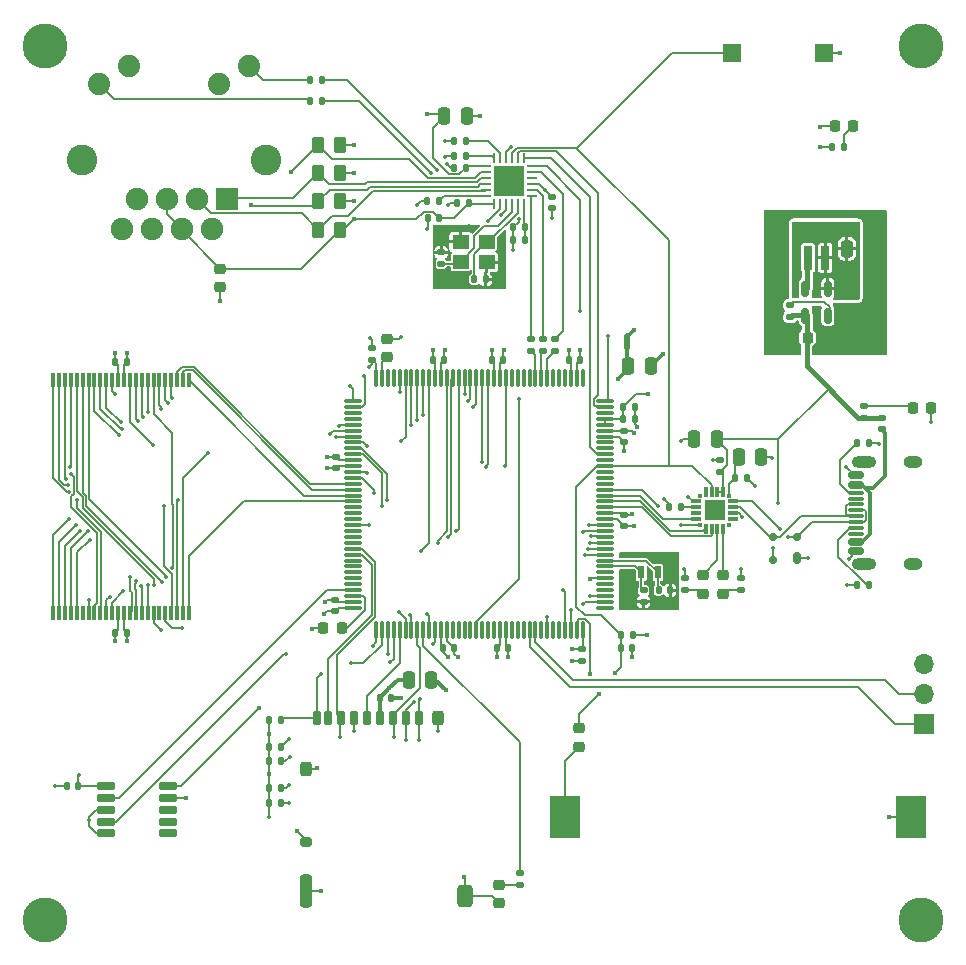
<source format=gtl>
G04 #@! TF.GenerationSoftware,KiCad,Pcbnew,8.0.5-1.fc40*
G04 #@! TF.CreationDate,2024-10-08T11:32:39-07:00*
G04 #@! TF.ProjectId,stm32simh,73746d33-3273-4696-9d68-2e6b69636164,rev?*
G04 #@! TF.SameCoordinates,Original*
G04 #@! TF.FileFunction,Copper,L1,Top*
G04 #@! TF.FilePolarity,Positive*
%FSLAX46Y46*%
G04 Gerber Fmt 4.6, Leading zero omitted, Abs format (unit mm)*
G04 Created by KiCad (PCBNEW 8.0.5-1.fc40) date 2024-10-08 11:32:39*
%MOMM*%
%LPD*%
G01*
G04 APERTURE LIST*
G04 Aperture macros list*
%AMRoundRect*
0 Rectangle with rounded corners*
0 $1 Rounding radius*
0 $2 $3 $4 $5 $6 $7 $8 $9 X,Y pos of 4 corners*
0 Add a 4 corners polygon primitive as box body*
4,1,4,$2,$3,$4,$5,$6,$7,$8,$9,$2,$3,0*
0 Add four circle primitives for the rounded corners*
1,1,$1+$1,$2,$3*
1,1,$1+$1,$4,$5*
1,1,$1+$1,$6,$7*
1,1,$1+$1,$8,$9*
0 Add four rect primitives between the rounded corners*
20,1,$1+$1,$2,$3,$4,$5,0*
20,1,$1+$1,$4,$5,$6,$7,0*
20,1,$1+$1,$6,$7,$8,$9,0*
20,1,$1+$1,$8,$9,$2,$3,0*%
G04 Aperture macros list end*
G04 #@! TA.AperFunction,EtchedComponent*
%ADD10C,0.000000*%
G04 #@! TD*
G04 #@! TA.AperFunction,SMDPad,CuDef*
%ADD11RoundRect,0.135000X-0.185000X0.135000X-0.185000X-0.135000X0.185000X-0.135000X0.185000X0.135000X0*%
G04 #@! TD*
G04 #@! TA.AperFunction,SMDPad,CuDef*
%ADD12RoundRect,0.225000X0.250000X-0.225000X0.250000X0.225000X-0.250000X0.225000X-0.250000X-0.225000X0*%
G04 #@! TD*
G04 #@! TA.AperFunction,SMDPad,CuDef*
%ADD13RoundRect,0.218750X0.218750X0.256250X-0.218750X0.256250X-0.218750X-0.256250X0.218750X-0.256250X0*%
G04 #@! TD*
G04 #@! TA.AperFunction,SMDPad,CuDef*
%ADD14RoundRect,0.135000X0.185000X-0.135000X0.185000X0.135000X-0.185000X0.135000X-0.185000X-0.135000X0*%
G04 #@! TD*
G04 #@! TA.AperFunction,SMDPad,CuDef*
%ADD15RoundRect,0.140000X0.170000X-0.140000X0.170000X0.140000X-0.170000X0.140000X-0.170000X-0.140000X0*%
G04 #@! TD*
G04 #@! TA.AperFunction,ComponentPad*
%ADD16C,3.800000*%
G04 #@! TD*
G04 #@! TA.AperFunction,SMDPad,CuDef*
%ADD17RoundRect,0.135000X-0.135000X-0.185000X0.135000X-0.185000X0.135000X0.185000X-0.135000X0.185000X0*%
G04 #@! TD*
G04 #@! TA.AperFunction,SMDPad,CuDef*
%ADD18RoundRect,0.140000X-0.140000X-0.170000X0.140000X-0.170000X0.140000X0.170000X-0.140000X0.170000X0*%
G04 #@! TD*
G04 #@! TA.AperFunction,SMDPad,CuDef*
%ADD19RoundRect,0.250000X-0.262500X-0.450000X0.262500X-0.450000X0.262500X0.450000X-0.262500X0.450000X0*%
G04 #@! TD*
G04 #@! TA.AperFunction,ComponentPad*
%ADD20R,1.700000X1.700000*%
G04 #@! TD*
G04 #@! TA.AperFunction,ComponentPad*
%ADD21O,1.700000X1.700000*%
G04 #@! TD*
G04 #@! TA.AperFunction,SMDPad,CuDef*
%ADD22RoundRect,0.250000X-0.250000X-0.475000X0.250000X-0.475000X0.250000X0.475000X-0.250000X0.475000X0*%
G04 #@! TD*
G04 #@! TA.AperFunction,SMDPad,CuDef*
%ADD23RoundRect,0.140000X0.140000X0.170000X-0.140000X0.170000X-0.140000X-0.170000X0.140000X-0.170000X0*%
G04 #@! TD*
G04 #@! TA.AperFunction,SMDPad,CuDef*
%ADD24RoundRect,0.250000X0.250000X0.475000X-0.250000X0.475000X-0.250000X-0.475000X0.250000X-0.475000X0*%
G04 #@! TD*
G04 #@! TA.AperFunction,SMDPad,CuDef*
%ADD25RoundRect,0.175000X-0.175000X-0.425000X0.175000X-0.425000X0.175000X0.425000X-0.175000X0.425000X0*%
G04 #@! TD*
G04 #@! TA.AperFunction,SMDPad,CuDef*
%ADD26RoundRect,0.200000X-0.300000X-0.200000X0.300000X-0.200000X0.300000X0.200000X-0.300000X0.200000X0*%
G04 #@! TD*
G04 #@! TA.AperFunction,SMDPad,CuDef*
%ADD27RoundRect,0.250000X-0.250000X-0.350000X0.250000X-0.350000X0.250000X0.350000X-0.250000X0.350000X0*%
G04 #@! TD*
G04 #@! TA.AperFunction,SMDPad,CuDef*
%ADD28RoundRect,0.250000X-0.250000X-1.150000X0.250000X-1.150000X0.250000X1.150000X-0.250000X1.150000X0*%
G04 #@! TD*
G04 #@! TA.AperFunction,SMDPad,CuDef*
%ADD29RoundRect,0.325000X-0.325000X-0.625000X0.325000X-0.625000X0.325000X0.625000X-0.325000X0.625000X0*%
G04 #@! TD*
G04 #@! TA.AperFunction,SMDPad,CuDef*
%ADD30RoundRect,0.062500X0.062500X-0.375000X0.062500X0.375000X-0.062500X0.375000X-0.062500X-0.375000X0*%
G04 #@! TD*
G04 #@! TA.AperFunction,SMDPad,CuDef*
%ADD31RoundRect,0.062500X0.375000X-0.062500X0.375000X0.062500X-0.375000X0.062500X-0.375000X-0.062500X0*%
G04 #@! TD*
G04 #@! TA.AperFunction,HeatsinkPad*
%ADD32R,2.500000X2.500000*%
G04 #@! TD*
G04 #@! TA.AperFunction,SMDPad,CuDef*
%ADD33RoundRect,0.140000X-0.170000X0.140000X-0.170000X-0.140000X0.170000X-0.140000X0.170000X0.140000X0*%
G04 #@! TD*
G04 #@! TA.AperFunction,SMDPad,CuDef*
%ADD34RoundRect,0.150000X0.500000X-0.150000X0.500000X0.150000X-0.500000X0.150000X-0.500000X-0.150000X0*%
G04 #@! TD*
G04 #@! TA.AperFunction,SMDPad,CuDef*
%ADD35RoundRect,0.075000X0.575000X-0.075000X0.575000X0.075000X-0.575000X0.075000X-0.575000X-0.075000X0*%
G04 #@! TD*
G04 #@! TA.AperFunction,ComponentPad*
%ADD36O,2.100000X1.000000*%
G04 #@! TD*
G04 #@! TA.AperFunction,ComponentPad*
%ADD37O,1.600000X1.000000*%
G04 #@! TD*
G04 #@! TA.AperFunction,SMDPad,CuDef*
%ADD38RoundRect,0.225000X-0.225000X-0.250000X0.225000X-0.250000X0.225000X0.250000X-0.225000X0.250000X0*%
G04 #@! TD*
G04 #@! TA.AperFunction,SMDPad,CuDef*
%ADD39RoundRect,0.150000X-0.637500X-0.150000X0.637500X-0.150000X0.637500X0.150000X-0.637500X0.150000X0*%
G04 #@! TD*
G04 #@! TA.AperFunction,SMDPad,CuDef*
%ADD40R,2.600000X3.600000*%
G04 #@! TD*
G04 #@! TA.AperFunction,ComponentPad*
%ADD41C,1.890000*%
G04 #@! TD*
G04 #@! TA.AperFunction,ComponentPad*
%ADD42R,1.900000X1.900000*%
G04 #@! TD*
G04 #@! TA.AperFunction,ComponentPad*
%ADD43C,1.900000*%
G04 #@! TD*
G04 #@! TA.AperFunction,ComponentPad*
%ADD44C,2.600000*%
G04 #@! TD*
G04 #@! TA.AperFunction,SMDPad,CuDef*
%ADD45RoundRect,0.147500X-0.147500X-0.172500X0.147500X-0.172500X0.147500X0.172500X-0.147500X0.172500X0*%
G04 #@! TD*
G04 #@! TA.AperFunction,SMDPad,CuDef*
%ADD46RoundRect,0.218750X-0.256250X0.218750X-0.256250X-0.218750X0.256250X-0.218750X0.256250X0.218750X0*%
G04 #@! TD*
G04 #@! TA.AperFunction,SMDPad,CuDef*
%ADD47RoundRect,0.175000X0.175000X0.325000X-0.175000X0.325000X-0.175000X-0.325000X0.175000X-0.325000X0*%
G04 #@! TD*
G04 #@! TA.AperFunction,SMDPad,CuDef*
%ADD48RoundRect,0.150000X0.200000X0.150000X-0.200000X0.150000X-0.200000X-0.150000X0.200000X-0.150000X0*%
G04 #@! TD*
G04 #@! TA.AperFunction,SMDPad,CuDef*
%ADD49RoundRect,0.075000X0.662500X0.075000X-0.662500X0.075000X-0.662500X-0.075000X0.662500X-0.075000X0*%
G04 #@! TD*
G04 #@! TA.AperFunction,SMDPad,CuDef*
%ADD50RoundRect,0.075000X0.075000X0.662500X-0.075000X0.662500X-0.075000X-0.662500X0.075000X-0.662500X0*%
G04 #@! TD*
G04 #@! TA.AperFunction,SMDPad,CuDef*
%ADD51R,0.600000X1.100000*%
G04 #@! TD*
G04 #@! TA.AperFunction,SMDPad,CuDef*
%ADD52R,1.800000X1.800000*%
G04 #@! TD*
G04 #@! TA.AperFunction,SMDPad,CuDef*
%ADD53R,0.300000X0.300000*%
G04 #@! TD*
G04 #@! TA.AperFunction,SMDPad,CuDef*
%ADD54R,0.900000X0.300000*%
G04 #@! TD*
G04 #@! TA.AperFunction,SMDPad,CuDef*
%ADD55R,0.300000X0.900000*%
G04 #@! TD*
G04 #@! TA.AperFunction,SMDPad,CuDef*
%ADD56RoundRect,0.147500X-0.172500X0.147500X-0.172500X-0.147500X0.172500X-0.147500X0.172500X0.147500X0*%
G04 #@! TD*
G04 #@! TA.AperFunction,SMDPad,CuDef*
%ADD57R,1.500000X1.500000*%
G04 #@! TD*
G04 #@! TA.AperFunction,SMDPad,CuDef*
%ADD58RoundRect,0.135000X0.135000X0.185000X-0.135000X0.185000X-0.135000X-0.185000X0.135000X-0.185000X0*%
G04 #@! TD*
G04 #@! TA.AperFunction,SMDPad,CuDef*
%ADD59RoundRect,0.225000X-0.250000X0.225000X-0.250000X-0.225000X0.250000X-0.225000X0.250000X0.225000X0*%
G04 #@! TD*
G04 #@! TA.AperFunction,SMDPad,CuDef*
%ADD60R,0.300000X1.300000*%
G04 #@! TD*
G04 #@! TA.AperFunction,SMDPad,CuDef*
%ADD61RoundRect,0.218750X-0.218750X-0.256250X0.218750X-0.256250X0.218750X0.256250X-0.218750X0.256250X0*%
G04 #@! TD*
G04 #@! TA.AperFunction,SMDPad,CuDef*
%ADD62R,1.400000X1.200000*%
G04 #@! TD*
G04 #@! TA.AperFunction,SMDPad,CuDef*
%ADD63R,0.700000X2.000000*%
G04 #@! TD*
G04 #@! TA.AperFunction,SMDPad,CuDef*
%ADD64RoundRect,0.150000X0.150000X-0.512500X0.150000X0.512500X-0.150000X0.512500X-0.150000X-0.512500X0*%
G04 #@! TD*
G04 #@! TA.AperFunction,SMDPad,CuDef*
%ADD65RoundRect,0.225000X0.225000X0.250000X-0.225000X0.250000X-0.225000X-0.250000X0.225000X-0.250000X0*%
G04 #@! TD*
G04 #@! TA.AperFunction,SMDPad,CuDef*
%ADD66C,0.500000*%
G04 #@! TD*
G04 #@! TA.AperFunction,SMDPad,CuDef*
%ADD67RoundRect,0.218750X0.256250X-0.218750X0.256250X0.218750X-0.256250X0.218750X-0.256250X-0.218750X0*%
G04 #@! TD*
G04 #@! TA.AperFunction,ViaPad*
%ADD68C,0.350000*%
G04 #@! TD*
G04 #@! TA.AperFunction,ViaPad*
%ADD69C,0.450000*%
G04 #@! TD*
G04 #@! TA.AperFunction,ViaPad*
%ADD70C,0.600000*%
G04 #@! TD*
G04 #@! TA.AperFunction,Conductor*
%ADD71C,0.203200*%
G04 #@! TD*
G04 #@! TA.AperFunction,Conductor*
%ADD72C,0.127000*%
G04 #@! TD*
G04 #@! TA.AperFunction,Conductor*
%ADD73C,0.304800*%
G04 #@! TD*
G04 #@! TA.AperFunction,Conductor*
%ADD74C,0.152400*%
G04 #@! TD*
G04 #@! TA.AperFunction,Conductor*
%ADD75C,0.406400*%
G04 #@! TD*
G04 APERTURE END LIST*
D10*
G04 #@! TA.AperFunction,EtchedComponent*
G36*
X161550000Y-56500000D02*
G01*
X161050000Y-56500000D01*
X161050000Y-55500000D01*
X161550000Y-55500000D01*
X161550000Y-56500000D01*
G37*
G04 #@! TD.AperFunction*
D11*
X175150000Y-52859000D03*
X175150000Y-53879000D03*
D12*
X141000000Y-57275000D03*
X141000000Y-55725000D03*
D13*
X187087500Y-61600000D03*
X185512500Y-61600000D03*
D14*
X181400000Y-62410000D03*
X181400000Y-61390000D03*
D15*
X169250000Y-66980000D03*
X169250000Y-66020000D03*
D16*
X186200000Y-30900000D03*
D17*
X180845000Y-64570000D03*
X181865000Y-64570000D03*
D18*
X170520000Y-67500000D03*
X171480000Y-67500000D03*
D14*
X155250000Y-56760000D03*
X155250000Y-55740000D03*
D19*
X135187500Y-44100000D03*
X137012500Y-44100000D03*
D20*
X186500000Y-88330000D03*
D21*
X186500000Y-85790000D03*
X186500000Y-83250000D03*
D15*
X136600000Y-78780000D03*
X136600000Y-77820000D03*
D22*
X170800000Y-65750000D03*
X172700000Y-65750000D03*
D23*
X147680000Y-41250000D03*
X146720000Y-41250000D03*
D24*
X168950000Y-64250000D03*
X167050000Y-64250000D03*
D11*
X152250000Y-100990000D03*
X152250000Y-102010000D03*
D22*
X145850000Y-36900000D03*
X147750000Y-36900000D03*
D25*
X143745000Y-87810000D03*
X142645000Y-87810000D03*
X141545000Y-87810000D03*
X140445000Y-87810000D03*
X139345000Y-87810000D03*
X138245000Y-87810000D03*
X137145000Y-87810000D03*
X136045000Y-87810000D03*
X135095000Y-87810000D03*
D26*
X134145000Y-98310000D03*
D27*
X134145000Y-92110000D03*
D28*
X134145000Y-102460000D03*
D27*
X145295000Y-87810000D03*
D29*
X147645000Y-102910000D03*
D17*
X164890000Y-70000000D03*
X165910000Y-70000000D03*
D30*
X150075000Y-44312500D03*
X150575000Y-44312500D03*
X151075000Y-44312500D03*
X151575000Y-44312500D03*
X152075000Y-44312500D03*
X152575000Y-44312500D03*
D31*
X153262500Y-43625000D03*
X153262500Y-43125000D03*
X153262500Y-42625000D03*
X153262500Y-42125000D03*
X153262500Y-41625000D03*
X153262500Y-41125000D03*
D30*
X152575000Y-40437500D03*
X152075000Y-40437500D03*
X151575000Y-40437500D03*
X151075000Y-40437500D03*
X150575000Y-40437500D03*
X150075000Y-40437500D03*
D31*
X149387500Y-41125000D03*
X149387500Y-41625000D03*
X149387500Y-42125000D03*
X149387500Y-42625000D03*
X149387500Y-43125000D03*
X149387500Y-43625000D03*
D32*
X151325000Y-42375000D03*
D22*
X179950000Y-48119000D03*
X181850000Y-48119000D03*
D18*
X148420000Y-50700000D03*
X149380000Y-50700000D03*
X144920000Y-57500000D03*
X145880000Y-57500000D03*
D33*
X161100000Y-70620000D03*
X161100000Y-71580000D03*
D15*
X161100000Y-64480000D03*
X161100000Y-63520000D03*
D34*
X180755000Y-73700000D03*
X180755000Y-72900000D03*
D35*
X180755000Y-71750000D03*
X180755000Y-70750000D03*
X180755000Y-70250000D03*
X180755000Y-69250000D03*
D34*
X180755000Y-68100000D03*
X180755000Y-67300000D03*
X180755000Y-67300000D03*
X180755000Y-68100000D03*
D35*
X180755000Y-68750000D03*
X180755000Y-69750000D03*
X180755000Y-71250000D03*
X180755000Y-72250000D03*
D34*
X180755000Y-72900000D03*
X180755000Y-73700000D03*
D36*
X181395000Y-74820000D03*
D37*
X185575000Y-74820000D03*
D36*
X181395000Y-66180000D03*
D37*
X185575000Y-66180000D03*
D17*
X178690000Y-39450000D03*
X179710000Y-39450000D03*
D38*
X176625000Y-55619000D03*
X178175000Y-55619000D03*
D17*
X130990000Y-91500000D03*
X132010000Y-91500000D03*
D19*
X135187500Y-46500000D03*
X137012500Y-46500000D03*
D39*
X117187500Y-93600000D03*
X117187500Y-94600000D03*
X117187500Y-95600000D03*
X117187500Y-96600000D03*
X117187500Y-97600000D03*
X122512500Y-97600000D03*
X122512500Y-96600000D03*
X122512500Y-95600000D03*
X122512500Y-94600000D03*
X122512500Y-93600000D03*
D40*
X156100000Y-96250000D03*
X185400000Y-96250000D03*
D41*
X116675000Y-34150000D03*
X119215000Y-32630000D03*
X126785000Y-34150000D03*
X129325000Y-32630000D03*
D42*
X127445000Y-43870000D03*
D43*
X126175000Y-46410000D03*
X124905000Y-43870000D03*
X123635000Y-46410000D03*
X122365000Y-43870000D03*
X121095000Y-46410000D03*
X119825000Y-43870000D03*
X118555000Y-46410000D03*
D44*
X130775000Y-40580000D03*
X115225000Y-40580000D03*
D22*
X142850000Y-84600000D03*
X144750000Y-84600000D03*
D45*
X144465000Y-45500000D03*
X145435000Y-45500000D03*
D46*
X169500000Y-75722500D03*
X169500000Y-77297500D03*
D18*
X161020000Y-62500000D03*
X161980000Y-62500000D03*
D47*
X175700000Y-74250000D03*
D48*
X175700000Y-72550000D03*
X173700000Y-72550000D03*
X173700000Y-74450000D03*
D17*
X130990000Y-90250000D03*
X132010000Y-90250000D03*
D16*
X112100000Y-30900000D03*
D18*
X118020000Y-80600000D03*
X118980000Y-80600000D03*
D49*
X159500000Y-78500000D03*
X159500000Y-78000000D03*
X159500000Y-77500000D03*
X159500000Y-77000000D03*
X159500000Y-76500000D03*
X159500000Y-76000000D03*
X159500000Y-75500000D03*
X159500000Y-75000000D03*
X159500000Y-74500000D03*
X159500000Y-74000000D03*
X159500000Y-73500000D03*
X159500000Y-73000000D03*
X159500000Y-72500000D03*
X159500000Y-72000000D03*
X159500000Y-71500000D03*
X159500000Y-71000000D03*
X159500000Y-70500000D03*
X159500000Y-70000000D03*
X159500000Y-69500000D03*
X159500000Y-69000000D03*
X159500000Y-68500000D03*
X159500000Y-68000000D03*
X159500000Y-67500000D03*
X159500000Y-67000000D03*
X159500000Y-66500000D03*
X159500000Y-66000000D03*
X159500000Y-65500000D03*
X159500000Y-65000000D03*
X159500000Y-64500000D03*
X159500000Y-64000000D03*
X159500000Y-63500000D03*
X159500000Y-63000000D03*
X159500000Y-62500000D03*
X159500000Y-62000000D03*
X159500000Y-61500000D03*
X159500000Y-61000000D03*
D50*
X157587500Y-59087500D03*
X157087500Y-59087500D03*
X156587500Y-59087500D03*
X156087500Y-59087500D03*
X155587500Y-59087500D03*
X155087500Y-59087500D03*
X154587500Y-59087500D03*
X154087500Y-59087500D03*
X153587500Y-59087500D03*
X153087500Y-59087500D03*
X152587500Y-59087500D03*
X152087500Y-59087500D03*
X151587500Y-59087500D03*
X151087500Y-59087500D03*
X150587500Y-59087500D03*
X150087500Y-59087500D03*
X149587500Y-59087500D03*
X149087500Y-59087500D03*
X148587500Y-59087500D03*
X148087500Y-59087500D03*
X147587500Y-59087500D03*
X147087500Y-59087500D03*
X146587500Y-59087500D03*
X146087500Y-59087500D03*
X145587500Y-59087500D03*
X145087500Y-59087500D03*
X144587500Y-59087500D03*
X144087500Y-59087500D03*
X143587500Y-59087500D03*
X143087500Y-59087500D03*
X142587500Y-59087500D03*
X142087500Y-59087500D03*
X141587500Y-59087500D03*
X141087500Y-59087500D03*
X140587500Y-59087500D03*
X140087500Y-59087500D03*
D49*
X138175000Y-61000000D03*
X138175000Y-61500000D03*
X138175000Y-62000000D03*
X138175000Y-62500000D03*
X138175000Y-63000000D03*
X138175000Y-63500000D03*
X138175000Y-64000000D03*
X138175000Y-64500000D03*
X138175000Y-65000000D03*
X138175000Y-65500000D03*
X138175000Y-66000000D03*
X138175000Y-66500000D03*
X138175000Y-67000000D03*
X138175000Y-67500000D03*
X138175000Y-68000000D03*
X138175000Y-68500000D03*
X138175000Y-69000000D03*
X138175000Y-69500000D03*
X138175000Y-70000000D03*
X138175000Y-70500000D03*
X138175000Y-71000000D03*
X138175000Y-71500000D03*
X138175000Y-72000000D03*
X138175000Y-72500000D03*
X138175000Y-73000000D03*
X138175000Y-73500000D03*
X138175000Y-74000000D03*
X138175000Y-74500000D03*
X138175000Y-75000000D03*
X138175000Y-75500000D03*
X138175000Y-76000000D03*
X138175000Y-76500000D03*
X138175000Y-77000000D03*
X138175000Y-77500000D03*
X138175000Y-78000000D03*
X138175000Y-78500000D03*
D50*
X140087500Y-80412500D03*
X140587500Y-80412500D03*
X141087500Y-80412500D03*
X141587500Y-80412500D03*
X142087500Y-80412500D03*
X142587500Y-80412500D03*
X143087500Y-80412500D03*
X143587500Y-80412500D03*
X144087500Y-80412500D03*
X144587500Y-80412500D03*
X145087500Y-80412500D03*
X145587500Y-80412500D03*
X146087500Y-80412500D03*
X146587500Y-80412500D03*
X147087500Y-80412500D03*
X147587500Y-80412500D03*
X148087500Y-80412500D03*
X148587500Y-80412500D03*
X149087500Y-80412500D03*
X149587500Y-80412500D03*
X150087500Y-80412500D03*
X150587500Y-80412500D03*
X151087500Y-80412500D03*
X151587500Y-80412500D03*
X152087500Y-80412500D03*
X152587500Y-80412500D03*
X153087500Y-80412500D03*
X153587500Y-80412500D03*
X154087500Y-80412500D03*
X154587500Y-80412500D03*
X155087500Y-80412500D03*
X155587500Y-80412500D03*
X156087500Y-80412500D03*
X156587500Y-80412500D03*
X157087500Y-80412500D03*
X157587500Y-80412500D03*
D14*
X154250000Y-56760000D03*
X154250000Y-55740000D03*
D51*
X162550000Y-75500000D03*
X163950000Y-75500000D03*
D52*
X168750000Y-70250000D03*
D53*
X170000000Y-71500000D03*
D54*
X170300000Y-71000000D03*
X170300000Y-70500000D03*
X170300000Y-70000000D03*
X170300000Y-69500000D03*
D53*
X170000000Y-69000000D03*
D55*
X169500000Y-68700000D03*
X169000000Y-68700000D03*
X168500000Y-68700000D03*
X168000000Y-68700000D03*
D53*
X167500000Y-69000000D03*
D54*
X167200000Y-69500000D03*
X167200000Y-70000000D03*
X167200000Y-70500000D03*
X167200000Y-71000000D03*
D53*
X167500000Y-71500000D03*
D55*
X168000000Y-71800000D03*
X168500000Y-71800000D03*
X169000000Y-71800000D03*
X169500000Y-71800000D03*
D15*
X136700000Y-66680000D03*
X136700000Y-65720000D03*
D19*
X135187500Y-41700000D03*
X137012500Y-41700000D03*
D11*
X166250000Y-76000000D03*
X166250000Y-77020000D03*
D33*
X155000000Y-43700000D03*
X155000000Y-44660000D03*
D56*
X182900000Y-62415000D03*
X182900000Y-63385000D03*
D57*
X170200000Y-31500000D03*
X178000000Y-31500000D03*
D58*
X135510000Y-35600000D03*
X134490000Y-35600000D03*
D17*
X130990000Y-93750000D03*
X132010000Y-93750000D03*
D15*
X145600000Y-49360000D03*
X145600000Y-48400000D03*
D58*
X181865000Y-76570000D03*
X180845000Y-76570000D03*
D23*
X147930000Y-44250000D03*
X146970000Y-44250000D03*
D46*
X167750000Y-75722500D03*
X167750000Y-77297500D03*
D59*
X126900000Y-49825000D03*
X126900000Y-51375000D03*
D16*
X112100000Y-104900000D03*
D17*
X146690000Y-39000000D03*
X147710000Y-39000000D03*
D23*
X152680000Y-47400000D03*
X151720000Y-47400000D03*
D60*
X112750000Y-78950000D03*
X113250000Y-78950000D03*
X113750000Y-78950000D03*
X114250000Y-78950000D03*
X114750000Y-78950000D03*
X115250000Y-78950000D03*
X115750000Y-78950000D03*
X116250000Y-78950000D03*
X116750000Y-78950000D03*
X117250000Y-78950000D03*
X117750000Y-78950000D03*
X118250000Y-78950000D03*
X118750000Y-78950000D03*
X119250000Y-78950000D03*
X119750000Y-78950000D03*
X120250000Y-78950000D03*
X120750000Y-78950000D03*
X121250000Y-78950000D03*
X121750000Y-78950000D03*
X122250000Y-78950000D03*
X122750000Y-78950000D03*
X123250000Y-78950000D03*
X123750000Y-78950000D03*
X124250000Y-78950000D03*
X124250000Y-59250000D03*
X123750000Y-59250000D03*
X123250000Y-59250000D03*
X122750000Y-59250000D03*
X122250000Y-59250000D03*
X121750000Y-59250000D03*
X121250000Y-59250000D03*
X120750000Y-59250000D03*
X120250000Y-59250000D03*
X119750000Y-59250000D03*
X119250000Y-59250000D03*
X118750000Y-59250000D03*
X118250000Y-59250000D03*
X117750000Y-59250000D03*
X117250000Y-59250000D03*
X116750000Y-59250000D03*
X116250000Y-59250000D03*
X115750000Y-59250000D03*
X115250000Y-59250000D03*
X114750000Y-59250000D03*
X114250000Y-59250000D03*
X113750000Y-59250000D03*
X113250000Y-59250000D03*
X112750000Y-59250000D03*
D22*
X161450000Y-58000000D03*
X163350000Y-58000000D03*
D58*
X145410000Y-44100000D03*
X144390000Y-44100000D03*
D33*
X157500000Y-82020000D03*
X157500000Y-82980000D03*
D61*
X178912500Y-37700000D03*
X180487500Y-37700000D03*
D16*
X186200000Y-104900000D03*
D62*
X147250000Y-49230000D03*
X149450000Y-49230000D03*
X149450000Y-47530000D03*
X147250000Y-47530000D03*
D17*
X134480000Y-33800000D03*
X135500000Y-33800000D03*
D15*
X139750000Y-57480000D03*
X139750000Y-56520000D03*
D46*
X157300000Y-88712500D03*
X157300000Y-90287500D03*
D18*
X156420000Y-57500000D03*
X157380000Y-57500000D03*
D17*
X130990000Y-95000000D03*
X132010000Y-95000000D03*
D23*
X114850000Y-93600000D03*
X113890000Y-93600000D03*
D58*
X161810000Y-80800000D03*
X160790000Y-80800000D03*
D63*
X176675000Y-48869000D03*
X178125000Y-48869000D03*
D18*
X160820000Y-81870000D03*
X161780000Y-81870000D03*
D23*
X152680000Y-46300000D03*
X151720000Y-46300000D03*
X146680000Y-81900000D03*
X145720000Y-81900000D03*
D18*
X164020000Y-77000000D03*
X164980000Y-77000000D03*
D64*
X176450000Y-53756500D03*
X177400000Y-53756500D03*
X178350000Y-53756500D03*
X178350000Y-51481500D03*
X176450000Y-51481500D03*
D11*
X171000000Y-76000000D03*
X171000000Y-77020000D03*
D18*
X140420000Y-86100000D03*
X141380000Y-86100000D03*
D65*
X137175000Y-80200000D03*
X135625000Y-80200000D03*
D66*
X161300000Y-56500000D03*
X161300000Y-55500000D03*
D18*
X161020000Y-61500000D03*
X161980000Y-61500000D03*
D17*
X130990000Y-88000000D03*
X132010000Y-88000000D03*
D18*
X149920000Y-57500000D03*
X150880000Y-57500000D03*
D19*
X135187500Y-39300000D03*
X137012500Y-39300000D03*
D14*
X153250000Y-56760000D03*
X153250000Y-55740000D03*
D67*
X150500000Y-103537500D03*
X150500000Y-101962500D03*
D33*
X162750000Y-77020000D03*
X162750000Y-77980000D03*
D17*
X146690000Y-40250000D03*
X147710000Y-40250000D03*
D23*
X151300000Y-81900000D03*
X150340000Y-81900000D03*
D18*
X118020000Y-57700000D03*
X118980000Y-57700000D03*
D68*
X142200000Y-55600000D03*
D69*
X183500000Y-96200000D03*
D70*
X182094800Y-45663600D03*
D69*
X135900000Y-65700000D03*
X162200000Y-63200000D03*
X161900000Y-63700000D03*
D68*
X139500000Y-71500000D03*
D69*
X142200000Y-86100000D03*
D68*
X171100000Y-70800000D03*
D69*
X133400000Y-97400000D03*
D68*
X155000000Y-45480000D03*
X182700000Y-64600000D03*
D70*
X174424000Y-55976000D03*
D69*
X179400000Y-31500000D03*
X119000000Y-56900000D03*
X146000000Y-85500000D03*
X126900000Y-52500000D03*
X161800000Y-82700000D03*
D68*
X163300000Y-76300000D03*
X152200000Y-45600000D03*
X115799998Y-77800000D03*
X147500000Y-50500000D03*
X187100000Y-62799992D03*
X161600000Y-74000000D03*
D69*
X147500000Y-101300000D03*
D68*
X152300000Y-43300000D03*
D69*
X119000000Y-81300000D03*
D68*
X173648800Y-65800000D03*
D69*
X135100000Y-92100000D03*
D68*
X145295000Y-88900000D03*
D69*
X164400000Y-57000000D03*
X134700000Y-80300000D03*
D68*
X151700000Y-48200000D03*
X165300000Y-74600000D03*
X168600000Y-66000000D03*
D69*
X157400000Y-56700000D03*
D68*
X143600000Y-44400000D03*
D69*
X177700000Y-37800000D03*
D68*
X115800000Y-96500000D03*
X161500000Y-75600000D03*
D69*
X135800000Y-78000000D03*
D68*
X165900000Y-64400000D03*
X150500000Y-50800000D03*
X166500000Y-69100000D03*
D70*
X174474800Y-50032400D03*
D69*
X150900000Y-56700000D03*
D68*
X150800000Y-47500000D03*
X172200000Y-68200000D03*
X150400000Y-41500000D03*
X146100000Y-40900000D03*
X146200000Y-44400000D03*
D70*
X174497790Y-45649002D03*
D69*
X150300000Y-82700000D03*
X148900000Y-36900000D03*
D70*
X177980000Y-45206400D03*
D68*
X145800000Y-50300000D03*
X148000000Y-46200000D03*
D69*
X161900000Y-71600000D03*
D68*
X150400000Y-43300000D03*
X179900000Y-66600000D03*
X145700000Y-47400000D03*
D69*
X145900000Y-56700000D03*
D68*
X138245000Y-88900002D03*
X161800000Y-78000000D03*
X180100000Y-74400000D03*
X154600000Y-79300000D03*
D70*
X181891600Y-49727600D03*
D69*
X146200000Y-82700000D03*
X156700000Y-83000000D03*
D68*
X176649994Y-74249994D03*
D70*
X182196400Y-55976000D03*
D68*
X165300000Y-78100000D03*
X180000000Y-76600000D03*
D69*
X124000000Y-94600000D03*
D68*
X152300000Y-41500000D03*
X139600000Y-55700000D03*
D69*
X135400000Y-102500000D03*
D68*
X112900000Y-93600000D03*
D69*
X177700000Y-39500000D03*
D68*
X131000000Y-96200000D03*
D69*
X163000000Y-80800000D03*
X163100000Y-60400000D03*
D68*
X114900000Y-92700000D03*
X144400000Y-46400000D03*
D69*
X161900000Y-55000000D03*
X130990000Y-89200000D03*
X118000000Y-56900000D03*
D68*
X171000000Y-75200000D03*
D69*
X118000000Y-81300000D03*
D68*
X166200000Y-75200000D03*
D70*
X179995400Y-46476400D03*
D69*
X158200000Y-84100000D03*
X130990000Y-92600000D03*
D68*
X164500000Y-69300000D03*
D69*
X141200000Y-85300000D03*
D70*
X180062800Y-51099200D03*
X176964000Y-46527200D03*
D68*
X154400000Y-43100000D03*
D70*
X180062800Y-49778400D03*
X175592400Y-50946800D03*
D69*
X130173400Y-87026584D03*
X160300000Y-84000000D03*
D68*
X174099996Y-69600000D03*
X173700000Y-73400000D03*
D69*
X144400000Y-36700000D03*
X138200000Y-44100000D03*
X138200000Y-39300000D03*
X138200000Y-41700000D03*
X138200000Y-45600000D03*
X158200000Y-76100000D03*
X159000000Y-85800000D03*
D68*
X175001198Y-72501208D03*
X174284799Y-71835913D03*
X137000000Y-89400000D03*
X132700000Y-89600000D03*
X132800000Y-91100000D03*
X141600000Y-89400000D03*
X138000000Y-83200000D03*
X135400000Y-84100000D03*
X143825608Y-86189378D03*
X141087500Y-82400000D03*
X143749999Y-89698800D03*
X132700000Y-95000000D03*
X143295422Y-86495422D03*
X141300000Y-83100000D03*
X142645001Y-89698800D03*
X132700000Y-93500000D03*
X132500000Y-82400000D03*
X139800000Y-81700000D03*
D69*
X132887498Y-41600000D03*
X129500000Y-44400000D03*
D68*
X150676836Y-45232320D03*
X145284199Y-41415801D03*
X144733272Y-41655576D03*
X149527247Y-45720820D03*
X145900000Y-38999996D03*
X137900000Y-59700000D03*
X139100000Y-58900000D03*
X145900000Y-40300006D03*
X118300000Y-63900000D03*
X136732601Y-64049459D03*
X114300000Y-67200000D03*
X139300000Y-67100000D03*
X136913642Y-63072459D03*
X118500000Y-62800000D03*
X156587500Y-78700000D03*
X122000000Y-76357500D03*
X121900000Y-61700000D03*
X148300000Y-61500000D03*
X143087500Y-63000000D03*
X119895422Y-62704578D03*
X151500000Y-39500000D03*
X152200000Y-60800000D03*
X149415002Y-66620002D03*
X113819998Y-67560002D03*
X144400000Y-79000000D03*
X121300000Y-76611500D03*
X139300004Y-64800000D03*
X125900000Y-65400000D03*
X157800000Y-74000000D03*
X115833744Y-72733744D03*
X165900000Y-71500000D03*
X163950000Y-69850000D03*
X143587500Y-62600000D03*
X120374772Y-62343710D03*
X118600000Y-63400000D03*
X136202106Y-63769140D03*
X158300000Y-72400000D03*
X114700000Y-71488500D03*
X123700000Y-80200000D03*
X157600000Y-78200000D03*
X146900000Y-72027500D03*
X119300000Y-75900000D03*
X143900000Y-73700000D03*
X120750000Y-76611500D03*
X114788500Y-69354578D03*
X139900000Y-68800000D03*
X122500000Y-61200000D03*
X147900004Y-61000000D03*
X121200000Y-64700000D03*
X142200000Y-64400000D03*
X118700000Y-77111500D03*
X143000000Y-79100000D03*
X147587500Y-60400000D03*
X122850000Y-60750000D03*
X122100000Y-69900000D03*
X140600000Y-69900000D03*
X158173400Y-77500000D03*
X122800000Y-75100000D03*
X122339795Y-75862988D03*
X155900000Y-77000000D03*
X151000000Y-66500000D03*
X114000000Y-68100000D03*
X157399996Y-53400000D03*
X159700000Y-55500000D03*
X158000000Y-73500000D03*
X115682672Y-72038282D03*
X158100000Y-71500004D03*
X114056412Y-68733079D03*
X120152530Y-76666574D03*
X145300000Y-73004502D03*
X144100000Y-62200000D03*
X120818464Y-61963072D03*
X142000000Y-78900000D03*
X117532864Y-77576291D03*
X142087500Y-60200000D03*
X118000000Y-60400000D03*
X141000000Y-69400000D03*
X123300000Y-69400000D03*
X115066721Y-71963388D03*
X158200000Y-73000000D03*
X146200000Y-72516000D03*
X119800000Y-76200000D03*
X144900000Y-81600000D03*
X121900000Y-80400000D03*
X149100000Y-66200000D03*
X114154478Y-66617912D03*
X157600000Y-72100000D03*
X114100000Y-71000000D03*
X139460002Y-58119998D03*
D69*
X147000000Y-82700000D03*
X144900000Y-56700000D03*
X149900000Y-56700000D03*
X151300000Y-82700000D03*
X161100000Y-65200004D03*
X161800000Y-70600000D03*
X160600000Y-59100000D03*
X156700000Y-82023400D03*
X135700000Y-79000000D03*
X156400000Y-56700000D03*
X135900000Y-66700000D03*
D71*
X157380000Y-57500000D02*
X157380000Y-56720000D01*
D72*
X166900000Y-69500000D02*
X166500000Y-69100000D01*
D71*
X116400001Y-95600000D02*
X115800000Y-96200001D01*
D72*
X172700000Y-65750000D02*
X173598800Y-65750000D01*
D71*
X150587500Y-59087500D02*
X150587500Y-57792500D01*
X136780000Y-78000000D02*
X136600000Y-77820000D01*
X150587500Y-81652500D02*
X150340000Y-81900000D01*
X118980000Y-57700000D02*
X118980000Y-56920000D01*
D72*
X152200000Y-45820000D02*
X152200000Y-45600000D01*
D71*
X157380000Y-56720000D02*
X157400000Y-56700000D01*
D73*
X163400000Y-58000000D02*
X164400000Y-57000000D01*
D71*
X118750000Y-78950000D02*
X118750000Y-80370000D01*
X115800000Y-96500000D02*
X115800000Y-96999999D01*
D74*
X144390000Y-44100000D02*
X143900000Y-44100000D01*
D71*
X145295000Y-87810000D02*
X145295000Y-88900000D01*
D74*
X161780000Y-82680000D02*
X161800000Y-82700000D01*
X146450000Y-41250000D02*
X146100000Y-40900000D01*
X175700000Y-74250000D02*
X176649988Y-74250000D01*
X146720000Y-41250000D02*
X146450000Y-41250000D01*
D72*
X171500000Y-67500000D02*
X172200000Y-68200000D01*
D71*
X118750000Y-80370000D02*
X118980000Y-80600000D01*
D74*
X187087500Y-62787492D02*
X187100000Y-62799992D01*
D71*
X145880000Y-56720000D02*
X145900000Y-56700000D01*
X156720000Y-82980000D02*
X156700000Y-83000000D01*
X150880000Y-56720000D02*
X150900000Y-56700000D01*
X126900000Y-51375000D02*
X126900000Y-52500000D01*
D74*
X138175000Y-71500000D02*
X139500000Y-71500000D01*
D71*
X161880000Y-71580000D02*
X161900000Y-71600000D01*
D72*
X180030000Y-76570000D02*
X180000000Y-76600000D01*
X167050000Y-64250000D02*
X166050000Y-64250000D01*
X151720000Y-46300000D02*
X152200000Y-45820000D01*
D71*
X118750000Y-59250000D02*
X118750000Y-57930000D01*
D72*
X151720000Y-47400000D02*
X151720000Y-46300000D01*
D71*
X150587500Y-80412500D02*
X150587500Y-81652500D01*
X135980000Y-77820000D02*
X135800000Y-78000000D01*
D72*
X173598800Y-65750000D02*
X173648800Y-65800000D01*
D71*
X161100000Y-63520000D02*
X161720000Y-63520000D01*
X150340000Y-81900000D02*
X150340000Y-82660000D01*
D72*
X115750000Y-78950000D02*
X115750000Y-77849998D01*
D71*
X145880000Y-57500000D02*
X145880000Y-56720000D01*
X138175000Y-78000000D02*
X136780000Y-78000000D01*
D74*
X187087500Y-61600000D02*
X187087500Y-62787492D01*
D71*
X134145000Y-92110000D02*
X135090000Y-92110000D01*
D74*
X122512500Y-94600000D02*
X124000000Y-94600000D01*
D71*
X149872500Y-102910000D02*
X150500000Y-103537500D01*
X135625000Y-80200000D02*
X134800000Y-80200000D01*
D74*
X180100000Y-74355000D02*
X180100000Y-74400000D01*
D71*
X134800000Y-80200000D02*
X134700000Y-80300000D01*
X139750000Y-55850000D02*
X139600000Y-55700000D01*
X142075000Y-55725000D02*
X142200000Y-55600000D01*
D72*
X170800000Y-70500000D02*
X171100000Y-70800000D01*
D71*
X161980000Y-62980000D02*
X162200000Y-63200000D01*
D72*
X151720000Y-47400000D02*
X151720000Y-48180000D01*
D71*
X116400001Y-97600000D02*
X117187500Y-97600000D01*
X118750000Y-57930000D02*
X118980000Y-57700000D01*
X161980000Y-62500000D02*
X161980000Y-61500000D01*
X113890000Y-93600000D02*
X112900000Y-93600000D01*
X160520000Y-71000000D02*
X161100000Y-71580000D01*
D72*
X154587500Y-79312500D02*
X154600000Y-79300000D01*
X151720000Y-48180000D02*
X151700000Y-48200000D01*
D71*
X136980000Y-66000000D02*
X136700000Y-65720000D01*
X157087500Y-59087500D02*
X157087500Y-57792500D01*
X138175000Y-66000000D02*
X136980000Y-66000000D01*
D74*
X161780000Y-81870000D02*
X161780000Y-82680000D01*
X146970000Y-44250000D02*
X146350000Y-44250000D01*
D71*
X145587500Y-59087500D02*
X145587500Y-57792500D01*
D74*
X178912500Y-37700000D02*
X177800000Y-37700000D01*
D71*
X135360000Y-102460000D02*
X135400000Y-102500000D01*
D74*
X180755000Y-73700000D02*
X180100000Y-74355000D01*
D71*
X118980000Y-80600000D02*
X118980000Y-81280000D01*
D72*
X180845000Y-76570000D02*
X180030000Y-76570000D01*
D71*
X150587500Y-57792500D02*
X150880000Y-57500000D01*
D74*
X143900000Y-44100000D02*
X143600000Y-44400000D01*
D71*
X150880000Y-57500000D02*
X150880000Y-56720000D01*
X161720000Y-63520000D02*
X161900000Y-63700000D01*
X118980000Y-81280000D02*
X119000000Y-81300000D01*
D73*
X141380000Y-86100000D02*
X142200000Y-86100000D01*
D71*
X147645000Y-101445000D02*
X147500000Y-101300000D01*
X183550000Y-96250000D02*
X183500000Y-96200000D01*
X161980000Y-62500000D02*
X161980000Y-62980000D01*
X150340000Y-82660000D02*
X150300000Y-82700000D01*
D72*
X154587500Y-80412500D02*
X154587500Y-79312500D01*
D71*
X134145000Y-102460000D02*
X135360000Y-102460000D01*
X115800000Y-96200001D02*
X115800000Y-96500000D01*
X134145000Y-98145000D02*
X133400000Y-97400000D01*
D74*
X181865000Y-64570000D02*
X182670000Y-64570000D01*
D71*
X159500000Y-71000000D02*
X160520000Y-71000000D01*
D74*
X180600000Y-67300000D02*
X179900000Y-66600000D01*
D71*
X117187500Y-95600000D02*
X116400001Y-95600000D01*
D74*
X176649988Y-74250000D02*
X176649994Y-74249994D01*
D71*
X145720000Y-81900000D02*
X145720000Y-82220000D01*
D73*
X145100000Y-84600000D02*
X146000000Y-85500000D01*
D71*
X118980000Y-56920000D02*
X119000000Y-56900000D01*
D74*
X182670000Y-64570000D02*
X182700000Y-64600000D01*
D71*
X157087500Y-57792500D02*
X157380000Y-57500000D01*
X185400000Y-96250000D02*
X183550000Y-96250000D01*
X178000000Y-31500000D02*
X179400000Y-31500000D01*
X145720000Y-82220000D02*
X146200000Y-82700000D01*
X145587500Y-57792500D02*
X145880000Y-57500000D01*
D72*
X155000000Y-44660000D02*
X155000000Y-45480000D01*
D71*
X147645000Y-102910000D02*
X149872500Y-102910000D01*
D72*
X166050000Y-64250000D02*
X165900000Y-64400000D01*
D71*
X115800000Y-96999999D02*
X116400001Y-97600000D01*
X157500000Y-82980000D02*
X156720000Y-82980000D01*
X147645000Y-102910000D02*
X147645000Y-101445000D01*
D72*
X115750000Y-77849998D02*
X115799998Y-77800000D01*
D71*
X147750000Y-36900000D02*
X148900000Y-36900000D01*
X161100000Y-71580000D02*
X161880000Y-71580000D01*
D72*
X170300000Y-70500000D02*
X170800000Y-70500000D01*
D74*
X177800000Y-37700000D02*
X177700000Y-37800000D01*
D71*
X136600000Y-77820000D02*
X135980000Y-77820000D01*
X138245000Y-87810000D02*
X138245000Y-88900002D01*
X141000000Y-55725000D02*
X142075000Y-55725000D01*
X139750000Y-56520000D02*
X139750000Y-55850000D01*
X136700000Y-65720000D02*
X135920000Y-65720000D01*
D72*
X169250000Y-66020000D02*
X168620000Y-66020000D01*
D71*
X159500000Y-63500000D02*
X161080000Y-63500000D01*
X145587500Y-80412500D02*
X145587500Y-81767500D01*
X135090000Y-92110000D02*
X135100000Y-92100000D01*
D72*
X168620000Y-66020000D02*
X168600000Y-66000000D01*
D74*
X146350000Y-44250000D02*
X146200000Y-44400000D01*
D71*
X135920000Y-65720000D02*
X135900000Y-65700000D01*
D72*
X164890000Y-69690000D02*
X164500000Y-69300000D01*
X157087500Y-79675001D02*
X157278001Y-79484500D01*
D74*
X162120000Y-60400000D02*
X163100000Y-60400000D01*
D71*
X118020000Y-81280000D02*
X118000000Y-81300000D01*
D74*
X153925000Y-42625000D02*
X153262500Y-42625000D01*
D71*
X118250000Y-57930000D02*
X118020000Y-57700000D01*
D73*
X141920000Y-84600000D02*
X142850000Y-84600000D01*
D72*
X158200000Y-79909948D02*
X158200000Y-84100000D01*
D74*
X161810000Y-80800000D02*
X163000000Y-80800000D01*
X159500000Y-62500000D02*
X159500000Y-63000000D01*
D71*
X118250000Y-78950000D02*
X118250000Y-80370000D01*
D74*
X161020000Y-61500000D02*
X162120000Y-60400000D01*
D72*
X171000000Y-76000000D02*
X171000000Y-75200000D01*
D73*
X141220000Y-85300000D02*
X141920000Y-84600000D01*
D71*
X130990000Y-89200000D02*
X130990000Y-96190000D01*
X118020000Y-80600000D02*
X118020000Y-81280000D01*
D74*
X178690000Y-39450000D02*
X177750000Y-39450000D01*
D71*
X114850000Y-93600000D02*
X117187500Y-93600000D01*
X130990000Y-96190000D02*
X131000000Y-96200000D01*
D72*
X166250000Y-75250000D02*
X166200000Y-75200000D01*
D73*
X161300000Y-55500000D02*
X161400000Y-55500000D01*
X141200000Y-85320000D02*
X141200000Y-85300000D01*
D71*
X118020000Y-56920000D02*
X118000000Y-56900000D01*
X114850000Y-92750000D02*
X114900000Y-92700000D01*
X130990000Y-88000000D02*
X130990000Y-89200000D01*
X118250000Y-59250000D02*
X118250000Y-57930000D01*
X118250000Y-80370000D02*
X118020000Y-80600000D01*
D74*
X144465000Y-45500000D02*
X144465000Y-46335000D01*
D72*
X166250000Y-76000000D02*
X166250000Y-75250000D01*
D73*
X141200000Y-85300000D02*
X141220000Y-85300000D01*
D74*
X155000000Y-43700000D02*
X154400000Y-43100000D01*
X144465000Y-46335000D02*
X144400000Y-46400000D01*
D72*
X157278001Y-79484500D02*
X157774552Y-79484500D01*
D73*
X161400000Y-55500000D02*
X161900000Y-55000000D01*
D74*
X177750000Y-39450000D02*
X177700000Y-39500000D01*
D73*
X140445000Y-87810000D02*
X140445000Y-86125000D01*
D74*
X161020000Y-62500000D02*
X161020000Y-61500000D01*
X159500000Y-62500000D02*
X161020000Y-62500000D01*
D72*
X157774552Y-79484500D02*
X158200000Y-79909948D01*
X164890000Y-70000000D02*
X164890000Y-69690000D01*
D71*
X118020000Y-57700000D02*
X118020000Y-56920000D01*
X114850000Y-93600000D02*
X114850000Y-92750000D01*
D74*
X154400000Y-43100000D02*
X153925000Y-42625000D01*
D73*
X140420000Y-86100000D02*
X141200000Y-85320000D01*
D72*
X157087500Y-80412500D02*
X157087500Y-79675001D01*
X160790000Y-80800000D02*
X160790000Y-81840000D01*
X157746000Y-79146000D02*
X159136000Y-79146000D01*
D71*
X122512500Y-93600000D02*
X123599984Y-93600000D01*
D72*
X166877000Y-66500000D02*
X164900000Y-66500000D01*
X158762501Y-66500000D02*
X157013500Y-68249001D01*
D74*
X157042800Y-39542800D02*
X164900000Y-47400000D01*
D72*
X159136000Y-79146000D02*
X160790000Y-80800000D01*
D74*
X164900000Y-47400000D02*
X164900000Y-66500000D01*
D72*
X160820000Y-81870000D02*
X160820000Y-83480000D01*
X159500000Y-66500000D02*
X158762501Y-66500000D01*
D74*
X151575000Y-40437500D02*
X151575000Y-40027738D01*
X157042800Y-39542800D02*
X157107200Y-39542800D01*
D71*
X123599984Y-93600000D02*
X130173400Y-87026584D01*
D74*
X151575000Y-40027738D02*
X152059938Y-39542800D01*
X165150000Y-31500000D02*
X170200000Y-31500000D01*
X157107200Y-39542800D02*
X165150000Y-31500000D01*
X152059938Y-39542800D02*
X157042800Y-39542800D01*
D72*
X168500000Y-68700000D02*
X168500000Y-68123000D01*
X157013500Y-68249001D02*
X157013500Y-78413500D01*
X168500000Y-68123000D02*
X166877000Y-66500000D01*
X164900000Y-66500000D02*
X159500000Y-66500000D01*
X157013500Y-78413500D02*
X157746000Y-79146000D01*
X160820000Y-83480000D02*
X160300000Y-84000000D01*
X159500000Y-74500000D02*
X162950000Y-74500000D01*
X163950000Y-75500000D02*
X163950000Y-76930000D01*
X162950000Y-74500000D02*
X163950000Y-75500000D01*
X162550000Y-75500000D02*
X162550000Y-76820000D01*
X159500000Y-75000000D02*
X162050000Y-75000000D01*
X162050000Y-75000000D02*
X162550000Y-75500000D01*
D71*
X139141100Y-78702834D02*
X139141100Y-77641100D01*
X137643934Y-80200000D02*
X139141100Y-78702834D01*
X137175000Y-80200000D02*
X137643934Y-80200000D01*
X139141100Y-77641100D02*
X139000000Y-77500000D01*
X139000000Y-77500000D02*
X138175000Y-77500000D01*
X141000000Y-57275000D02*
X140587500Y-57687500D01*
X140587500Y-57687500D02*
X140587500Y-59087500D01*
D72*
X170000000Y-69000000D02*
X170000000Y-68020000D01*
X170000000Y-68020000D02*
X170520000Y-67500000D01*
X170520000Y-67500000D02*
X170520000Y-66030000D01*
X169500000Y-67230000D02*
X169250000Y-66980000D01*
X168950000Y-64250000D02*
X174150000Y-64250000D01*
X169500000Y-68700000D02*
X169500000Y-67230000D01*
D75*
X175303900Y-53684500D02*
X175220200Y-53768200D01*
X176588000Y-53684500D02*
X175303900Y-53684500D01*
X180910000Y-62410000D02*
X181400000Y-62410000D01*
X181400000Y-62410000D02*
X182895000Y-62410000D01*
D74*
X174200000Y-69600000D02*
X174099996Y-69600000D01*
D75*
X176553400Y-58053400D02*
X180910000Y-62410000D01*
D72*
X174150000Y-64250000D02*
X178450000Y-59950000D01*
D74*
X174150000Y-69549996D02*
X174150000Y-64250000D01*
D75*
X176588000Y-53684500D02*
X176588000Y-55408000D01*
D72*
X169800000Y-66430000D02*
X169800000Y-65100000D01*
X169250000Y-66980000D02*
X169800000Y-66430000D01*
D74*
X173700000Y-74450000D02*
X173700000Y-73400000D01*
D75*
X176553400Y-55442600D02*
X176553400Y-58053400D01*
D74*
X174099996Y-69600000D02*
X174150000Y-69549996D01*
D72*
X169500000Y-68700000D02*
X169000000Y-68700000D01*
X169800000Y-65100000D02*
X168950000Y-64250000D01*
D71*
X146680000Y-45500000D02*
X147930000Y-44250000D01*
X122365000Y-45140000D02*
X122365000Y-43870000D01*
X137012500Y-44100000D02*
X138200000Y-44100000D01*
X144157626Y-44951400D02*
X143509026Y-45600000D01*
X126900000Y-49800000D02*
X123635000Y-46535000D01*
X144400000Y-36700000D02*
X145650000Y-36700000D01*
X137012500Y-46500000D02*
X133712500Y-49800000D01*
X144900000Y-37850000D02*
X144900000Y-40392943D01*
X145850000Y-36900000D02*
X144900000Y-37850000D01*
X137012500Y-39300000D02*
X138200000Y-39300000D01*
X148150000Y-44250000D02*
X148212500Y-44312500D01*
X146295657Y-41788600D02*
X147141400Y-41788600D01*
X148212500Y-44312500D02*
X150075000Y-44312500D01*
X144886400Y-44951400D02*
X144157626Y-44951400D01*
X147830000Y-41100000D02*
X149362500Y-41100000D01*
X137300000Y-46500000D02*
X138200000Y-45600000D01*
X123635000Y-46410000D02*
X122365000Y-45140000D01*
X145435000Y-45500000D02*
X146680000Y-45500000D01*
X137012500Y-41700000D02*
X138200000Y-41700000D01*
X133712500Y-49800000D02*
X126900000Y-49800000D01*
X145435000Y-45500000D02*
X144886400Y-44951400D01*
X144900000Y-40392943D02*
X146295657Y-41788600D01*
X143509026Y-45600000D02*
X138200000Y-45600000D01*
X147141400Y-41788600D02*
X147680000Y-41250000D01*
X147930000Y-44250000D02*
X148150000Y-44250000D01*
D72*
X152680000Y-46300000D02*
X152680000Y-47400000D01*
X152575000Y-46195000D02*
X152575000Y-44312500D01*
X150400000Y-46200000D02*
X151575000Y-45025000D01*
X151575000Y-45025000D02*
X151575000Y-44312500D01*
X147250000Y-49230000D02*
X148400000Y-48080000D01*
X149200000Y-46200000D02*
X150400000Y-46200000D01*
X147040000Y-49360000D02*
X145600000Y-49360000D01*
X148400000Y-48080000D02*
X148400000Y-47000000D01*
X148400000Y-47000000D02*
X149200000Y-46200000D01*
X148420000Y-50700000D02*
X148420000Y-48579000D01*
X148420000Y-48579000D02*
X149450000Y-47549000D01*
X152075000Y-45059148D02*
X152075000Y-44312500D01*
X149604148Y-47530000D02*
X152075000Y-45059148D01*
D71*
X156100000Y-96250000D02*
X156100000Y-91487500D01*
X156100000Y-91487500D02*
X157300000Y-90287500D01*
X157300000Y-87500000D02*
X159000000Y-85800000D01*
X159500000Y-76000000D02*
X158300000Y-76000000D01*
X158300000Y-76000000D02*
X158200000Y-76100000D01*
X157300000Y-88712500D02*
X157300000Y-87500000D01*
D72*
X166250000Y-77020000D02*
X167472500Y-77020000D01*
X167750000Y-75722500D02*
X169000000Y-74472500D01*
X169000000Y-74472500D02*
X169000000Y-71800000D01*
X169797500Y-77000000D02*
X170980000Y-77000000D01*
X169500000Y-71800000D02*
X169500000Y-75722500D01*
X170884778Y-70000000D02*
X170300000Y-70000000D01*
X173434778Y-72550000D02*
X170884778Y-70000000D01*
X179914500Y-70559499D02*
X179914500Y-69900000D01*
X180755000Y-70750000D02*
X176061557Y-70750000D01*
X180755000Y-70750000D02*
X180105001Y-70750000D01*
X180064500Y-69750000D02*
X180755000Y-69750000D01*
X174261557Y-72550000D02*
X173700000Y-72550000D01*
X176061557Y-70750000D02*
X174261557Y-72550000D01*
X179914500Y-69900000D02*
X180064500Y-69750000D01*
X180105001Y-70750000D02*
X179914500Y-70559499D01*
X180755000Y-71250000D02*
X177000000Y-71250000D01*
X181595500Y-70395500D02*
X181450000Y-70250000D01*
X175700000Y-72550000D02*
X175049990Y-72550000D01*
X180755000Y-71250000D02*
X181404999Y-71250000D01*
X177000000Y-71250000D02*
X175700000Y-72550000D01*
X181595500Y-71059499D02*
X181595500Y-70395500D01*
X171948886Y-69500000D02*
X174284799Y-71835913D01*
X170300000Y-69500000D02*
X171948886Y-69500000D01*
X181450000Y-70250000D02*
X180755000Y-70250000D01*
X175049990Y-72550000D02*
X175001198Y-72501208D01*
X181404999Y-71250000D02*
X181595500Y-71059499D01*
D71*
X150500000Y-101962500D02*
X152202500Y-101962500D01*
D74*
X181400000Y-61390000D02*
X185302500Y-61390000D01*
X179710000Y-39450000D02*
X179710000Y-38477500D01*
X179710000Y-38477500D02*
X180487500Y-37700000D01*
D72*
X140042500Y-74630001D02*
X140042500Y-79257500D01*
D71*
X137000000Y-89400000D02*
X137000000Y-87955000D01*
D72*
X138175000Y-73500000D02*
X138912499Y-73500000D01*
D71*
X132050000Y-90250000D02*
X132700000Y-89600000D01*
D72*
X136795000Y-87460000D02*
X137145000Y-87810000D01*
X140042500Y-79257500D02*
X136795000Y-82505000D01*
X136795000Y-82505000D02*
X136795000Y-87460000D01*
X138912499Y-73500000D02*
X140042500Y-74630001D01*
X139345000Y-85955000D02*
X142087500Y-83212500D01*
X142087500Y-83212500D02*
X142087500Y-80412500D01*
X139345000Y-87810000D02*
X139345000Y-85955000D01*
X143587500Y-81652667D02*
X143587500Y-80412500D01*
D71*
X132400000Y-91500000D02*
X132800000Y-91100000D01*
D72*
X143800000Y-85300000D02*
X143800000Y-81865167D01*
D71*
X141600000Y-89400000D02*
X141600000Y-87865000D01*
D72*
X141545000Y-87555000D02*
X143800000Y-85300000D01*
D71*
X132010000Y-91500000D02*
X132400000Y-91500000D01*
D72*
X143800000Y-81865167D02*
X143587500Y-81652667D01*
D71*
X139000000Y-83200000D02*
X138000000Y-83200000D01*
X135095000Y-87810000D02*
X132200000Y-87810000D01*
X140587500Y-81612500D02*
X139000000Y-83200000D01*
X135095000Y-84405000D02*
X135400000Y-84100000D01*
X140587500Y-80412500D02*
X140587500Y-81612500D01*
X135095000Y-87810000D02*
X135095000Y-84405000D01*
X132200000Y-87810000D02*
X132010000Y-88000000D01*
D72*
X139788500Y-79111500D02*
X139788500Y-74876001D01*
X139788500Y-74876001D02*
X138912499Y-74000000D01*
X138912499Y-74000000D02*
X138175000Y-74000000D01*
X136045000Y-82855000D02*
X139788500Y-79111500D01*
X136045000Y-87810000D02*
X136045000Y-82855000D01*
D71*
X143745000Y-89693801D02*
X143749999Y-89698800D01*
X143745000Y-87810000D02*
X143745000Y-89693801D01*
D72*
X141087500Y-80412500D02*
X141087500Y-82400000D01*
X143745000Y-87810000D02*
X143745000Y-86269986D01*
X143745000Y-86269986D02*
X143825608Y-86189378D01*
D71*
X132010000Y-95000000D02*
X132700000Y-95000000D01*
D72*
X141587500Y-80412500D02*
X141587500Y-82812500D01*
X141587500Y-82812500D02*
X141300000Y-83100000D01*
X142645000Y-87145844D02*
X143295422Y-86495422D01*
X142645000Y-87810000D02*
X142645000Y-87145844D01*
D71*
X132450000Y-93750000D02*
X132700000Y-93500000D01*
X142645000Y-87810000D02*
X142645000Y-89698799D01*
X132010000Y-93750000D02*
X132450000Y-93750000D01*
X142645000Y-89698799D02*
X142645001Y-89698800D01*
X118100000Y-96600000D02*
X132300000Y-82400000D01*
X140087500Y-81412500D02*
X139800000Y-81700000D01*
X117187500Y-96600000D02*
X118100000Y-96600000D01*
X132300000Y-82400000D02*
X132500000Y-82400000D01*
X140087500Y-80412500D02*
X140087500Y-81412500D01*
X135900000Y-77000000D02*
X118300000Y-94600000D01*
X138175000Y-77000000D02*
X135900000Y-77000000D01*
X118300000Y-94600000D02*
X117187500Y-94600000D01*
D72*
X179225000Y-74176514D02*
X181107986Y-76059500D01*
X179225000Y-72752448D02*
X179225000Y-74176514D01*
X181107986Y-76059500D02*
X181118568Y-76059500D01*
X181629068Y-76570000D02*
X181865000Y-76570000D01*
X181118568Y-76059500D02*
X181629068Y-76570000D01*
X180227448Y-71750000D02*
X179225000Y-72752448D01*
D73*
X183202400Y-67331299D02*
X182162837Y-68370862D01*
X182162837Y-68370862D02*
X181529138Y-68370862D01*
X182900000Y-63385000D02*
X183202400Y-63687400D01*
X181938400Y-72219876D02*
X181938400Y-68780124D01*
X181258276Y-72900000D02*
X181938400Y-72219876D01*
X181258276Y-68100000D02*
X180755000Y-68100000D01*
X183202400Y-63687400D02*
X183202400Y-67331299D01*
X181938400Y-68780124D02*
X181258276Y-68100000D01*
X181529138Y-68370862D02*
X181258276Y-68100000D01*
X180755000Y-72900000D02*
X181258276Y-72900000D01*
D74*
X180105001Y-68750000D02*
X179398800Y-68043799D01*
X180755000Y-68750000D02*
X180105001Y-68750000D01*
X179398800Y-68043799D02*
X179398800Y-66016200D01*
X179398800Y-66016200D02*
X180845000Y-64570000D01*
D72*
X180892500Y-85192500D02*
X184030000Y-88330000D01*
X184030000Y-88330000D02*
X186500000Y-88330000D01*
X153087500Y-81808265D02*
X156471735Y-85192500D01*
X156471735Y-85192500D02*
X180892500Y-85192500D01*
X153087500Y-80412500D02*
X153087500Y-81808265D01*
X156800000Y-84600000D02*
X183200000Y-84600000D01*
X183200000Y-84600000D02*
X184390000Y-85790000D01*
X153587500Y-80412500D02*
X153587500Y-81387500D01*
X153587500Y-81387500D02*
X156800000Y-84600000D01*
X184390000Y-85790000D02*
X186500000Y-85790000D01*
X135187500Y-39300000D02*
X132887500Y-41600000D01*
X148475001Y-42100000D02*
X148950001Y-41625000D01*
X135187500Y-39300000D02*
X136387500Y-40500000D01*
X148950001Y-41625000D02*
X149387500Y-41625000D01*
X132887500Y-41600000D02*
X132887498Y-41600000D01*
X142903067Y-40500000D02*
X144503067Y-42100000D01*
X144503067Y-42100000D02*
X148475001Y-42100000D01*
X136387500Y-40500000D02*
X142903067Y-40500000D01*
D71*
X134490000Y-35600000D02*
X134290000Y-35400000D01*
X117925000Y-35400000D02*
X116675000Y-34150000D01*
X134290000Y-35400000D02*
X117925000Y-35400000D01*
D72*
X139333332Y-43100000D02*
X139600000Y-42833332D01*
X148908332Y-42625000D02*
X149387500Y-42625000D01*
X135187500Y-44100000D02*
X136187500Y-43100000D01*
X129600000Y-44500000D02*
X129500000Y-44400000D01*
X139600000Y-42833332D02*
X148700000Y-42833332D01*
X136187500Y-43100000D02*
X139333332Y-43100000D01*
X148700000Y-42833332D02*
X148908332Y-42625000D01*
X134787500Y-44500000D02*
X129600000Y-44500000D01*
X133787500Y-45100000D02*
X126135000Y-45100000D01*
X135187500Y-46500000D02*
X136387500Y-45300000D01*
X149312500Y-43200000D02*
X149387500Y-43125000D01*
X135187500Y-46500000D02*
X133787500Y-45100000D01*
X126135000Y-45100000D02*
X124905000Y-43870000D01*
X136387500Y-45300000D02*
X137700000Y-45300000D01*
X137700000Y-45300000D02*
X139800000Y-43200000D01*
X139800000Y-43200000D02*
X149312500Y-43200000D01*
X139166666Y-42600000D02*
X139300000Y-42466666D01*
X133041500Y-43846000D02*
X127469000Y-43846000D01*
X135187500Y-41700000D02*
X136087500Y-42600000D01*
X139300000Y-42466666D02*
X148675001Y-42466666D01*
X136087500Y-42600000D02*
X139166666Y-42600000D01*
X135187500Y-41700000D02*
X133041500Y-43846000D01*
X148675001Y-42466666D02*
X149016667Y-42125000D01*
D71*
X130495000Y-33800000D02*
X129325000Y-32630000D01*
X134480000Y-33800000D02*
X130495000Y-33800000D01*
D75*
X176588000Y-51409500D02*
X176588000Y-48769000D01*
D72*
X165910000Y-70000000D02*
X167200000Y-70000000D01*
D71*
X152250000Y-89902075D02*
X144087500Y-81739575D01*
X152250000Y-100990000D02*
X152250000Y-89902075D01*
X144087500Y-81739575D02*
X144087500Y-80412500D01*
D74*
X145885000Y-43625000D02*
X145410000Y-44100000D01*
X149387500Y-43625000D02*
X145885000Y-43625000D01*
D72*
X135500000Y-33800000D02*
X137668398Y-33800000D01*
X151075000Y-44834156D02*
X150676836Y-45232320D01*
X151075000Y-44312500D02*
X151075000Y-44834156D01*
X137668398Y-33800000D02*
X145284199Y-41415801D01*
X135510000Y-35600000D02*
X138677696Y-35600000D01*
X150575000Y-44312500D02*
X150575000Y-44749999D01*
X149604179Y-45720820D02*
X149527247Y-45720820D01*
X138677696Y-35600000D02*
X144733272Y-41655576D01*
X150575000Y-44749999D02*
X149604179Y-45720820D01*
D74*
X178030800Y-52623200D02*
X175345200Y-52623200D01*
X178488000Y-53684500D02*
X178488000Y-53022001D01*
X178488000Y-53022001D02*
X178030800Y-52623200D01*
X147710000Y-39000000D02*
X149574999Y-39000000D01*
X149574999Y-39000000D02*
X150575000Y-40000001D01*
X150575000Y-40000001D02*
X150575000Y-40437500D01*
X138175000Y-59975000D02*
X137900000Y-59700000D01*
X138175000Y-61000000D02*
X138175000Y-59975000D01*
X145900004Y-39000000D02*
X145900000Y-38999996D01*
X146690000Y-39000000D02*
X145900004Y-39000000D01*
X147710000Y-40250000D02*
X149887500Y-40250000D01*
X149887500Y-40250000D02*
X150075000Y-40437500D01*
X139141100Y-58941100D02*
X139100000Y-58900000D01*
X146690000Y-40250000D02*
X145950006Y-40250000D01*
X138175000Y-61500000D02*
X138912499Y-61500000D01*
X139141100Y-61271399D02*
X139141100Y-58941100D01*
X138912499Y-61500000D02*
X139141100Y-61271399D01*
X145950006Y-40250000D02*
X145900000Y-40300006D01*
D72*
X153699999Y-43125000D02*
X153262500Y-43125000D01*
X154250000Y-55740000D02*
X154250000Y-43675001D01*
X154250000Y-43675001D02*
X153699999Y-43125000D01*
D71*
X154087500Y-59087500D02*
X154087500Y-56922500D01*
D72*
X153250000Y-55740000D02*
X153250000Y-43637500D01*
D71*
X153587500Y-59087500D02*
X153587500Y-57097500D01*
X153587500Y-57097500D02*
X153250000Y-56760000D01*
X154587500Y-59087500D02*
X154587500Y-57422500D01*
X154587500Y-57422500D02*
X155250000Y-56760000D01*
D72*
X155900000Y-55090000D02*
X155900000Y-43500000D01*
X155250000Y-55740000D02*
X155900000Y-55090000D01*
X155900000Y-43500000D02*
X154025000Y-41625000D01*
X154025000Y-41625000D02*
X153262500Y-41625000D01*
X116250000Y-61850000D02*
X118300000Y-63900000D01*
X136782060Y-64000000D02*
X136732601Y-64049459D01*
X116250000Y-59250000D02*
X116250000Y-61850000D01*
X138175000Y-64000000D02*
X136782060Y-64000000D01*
X114500000Y-68874269D02*
X114500000Y-67400000D01*
X114300000Y-69074269D02*
X114500000Y-68874269D01*
X116500000Y-72177486D02*
X114300000Y-69977486D01*
X138175000Y-67000000D02*
X139200000Y-67000000D01*
X114300000Y-69977486D02*
X114300000Y-69074269D01*
X116500000Y-78109500D02*
X116500000Y-72177486D01*
X116250000Y-78359500D02*
X116500000Y-78109500D01*
X139200000Y-67000000D02*
X139300000Y-67100000D01*
X114500000Y-67400000D02*
X114300000Y-67200000D01*
X138175000Y-63000000D02*
X136986101Y-63000000D01*
X136986101Y-63000000D02*
X136913642Y-63072459D01*
X117250000Y-61550000D02*
X118500000Y-62800000D01*
X117250000Y-59250000D02*
X117250000Y-61550000D01*
X158900000Y-43400000D02*
X158900000Y-60484948D01*
X158900000Y-60484948D02*
X158572000Y-60812948D01*
X158762501Y-61500000D02*
X159500000Y-61500000D01*
X152265501Y-39809500D02*
X155309500Y-39809500D01*
X158572000Y-60812948D02*
X158572000Y-61309499D01*
X152075000Y-40000001D02*
X152265501Y-39809500D01*
X152075000Y-40437500D02*
X152075000Y-40000001D01*
X155309500Y-39809500D02*
X158900000Y-43400000D01*
X158572000Y-61309499D02*
X158762501Y-61500000D01*
X115250000Y-68766024D02*
X115531000Y-69047024D01*
X122000000Y-76322370D02*
X122000000Y-76357500D01*
X115531000Y-69853370D02*
X122000000Y-76322370D01*
X115531000Y-69047024D02*
X115531000Y-69853370D01*
X115250000Y-59250000D02*
X115250000Y-68766024D01*
X156587500Y-80412500D02*
X156587500Y-78700000D01*
X121750000Y-61350000D02*
X121750000Y-59250000D01*
X121900000Y-61700000D02*
X121900000Y-61500000D01*
X148587500Y-59087500D02*
X148587500Y-61212500D01*
X148587500Y-61212500D02*
X148300000Y-61500000D01*
X121900000Y-61500000D02*
X121750000Y-61350000D01*
X119750000Y-59250000D02*
X119750000Y-62559156D01*
X143087500Y-59087500D02*
X143087500Y-63000000D01*
X119750000Y-62559156D02*
X119895422Y-62704578D01*
X152200000Y-76062501D02*
X152200000Y-60800000D01*
X148587500Y-80412500D02*
X148587500Y-79675001D01*
X148587500Y-79675001D02*
X152200000Y-76062501D01*
X151075000Y-39925000D02*
X151500000Y-39500000D01*
X151075000Y-40437500D02*
X151075000Y-39925000D01*
X113740978Y-59259022D02*
X113740978Y-67480982D01*
X113740978Y-67480982D02*
X113819998Y-67560002D01*
X149415002Y-66620002D02*
X149415002Y-66469776D01*
X149415002Y-66469776D02*
X149587500Y-66297278D01*
X149587500Y-66297278D02*
X149587500Y-59087500D01*
X114754000Y-59254000D02*
X114754000Y-68629234D01*
X115277000Y-70077000D02*
X121300000Y-76100000D01*
X144400000Y-79000000D02*
X144400000Y-79025000D01*
X114754000Y-68629234D02*
X115277000Y-69152234D01*
X144400000Y-79025000D02*
X144587500Y-79212500D01*
X121300000Y-76100000D02*
X121300000Y-76611500D01*
X115277000Y-69152234D02*
X115277000Y-70077000D01*
X144587500Y-79212500D02*
X144587500Y-80412500D01*
X123750000Y-67550000D02*
X125900000Y-65400000D01*
X138175000Y-64500000D02*
X139000004Y-64500000D01*
X123750000Y-78950000D02*
X123750000Y-67550000D01*
X139000004Y-64500000D02*
X139300004Y-64800000D01*
X159500000Y-74000000D02*
X157800000Y-74000000D01*
X114750000Y-78950000D02*
X114750000Y-73817488D01*
X114750000Y-73817488D02*
X115833744Y-72733744D01*
X159500000Y-68500000D02*
X162600000Y-68500000D01*
X162600000Y-68500000D02*
X163950000Y-69850000D01*
X165900000Y-71500000D02*
X167500000Y-71500000D01*
X120250000Y-59250000D02*
X120250000Y-62218938D01*
X120250000Y-62218938D02*
X120374772Y-62343710D01*
X143587500Y-59087500D02*
X143587500Y-62600000D01*
X118515222Y-63400000D02*
X116750000Y-61634778D01*
X118600000Y-63400000D02*
X118515222Y-63400000D01*
X136471246Y-63500000D02*
X136202106Y-63769140D01*
X138175000Y-63500000D02*
X136471246Y-63500000D01*
X116750000Y-61634778D02*
X116750000Y-59250000D01*
X164938446Y-71988500D02*
X167811500Y-71988500D01*
X159500000Y-69500000D02*
X162449946Y-69500000D01*
X162449946Y-69500000D02*
X164938446Y-71988500D01*
X167811500Y-71988500D02*
X168000000Y-71800000D01*
X159400000Y-72400000D02*
X159500000Y-72500000D01*
X113250000Y-72938500D02*
X114700000Y-71488500D01*
X113250000Y-78950000D02*
X113250000Y-72938500D01*
X158300000Y-72400000D02*
X159400000Y-72400000D01*
X152575000Y-40437500D02*
X154937500Y-40437500D01*
X158182000Y-43682000D02*
X158182000Y-64919499D01*
X154937500Y-40437500D02*
X158182000Y-43682000D01*
X158762501Y-65500000D02*
X159500000Y-65500000D01*
X158182000Y-64919499D02*
X158762501Y-65500000D01*
X157600000Y-78200000D02*
X157800000Y-78000000D01*
X122250000Y-79631000D02*
X122250000Y-78950000D01*
X122819000Y-80200000D02*
X122250000Y-79631000D01*
X123700000Y-80200000D02*
X122819000Y-80200000D01*
X157800000Y-78000000D02*
X159500000Y-78000000D01*
X119388500Y-77197656D02*
X119300000Y-77109156D01*
X119300000Y-77109156D02*
X119300000Y-75900000D01*
X147087500Y-71840000D02*
X146900000Y-72027500D01*
X119388500Y-78811500D02*
X119388500Y-77197656D01*
X147087500Y-59087500D02*
X147087500Y-71840000D01*
X119250000Y-78950000D02*
X119388500Y-78811500D01*
X120750000Y-78950000D02*
X120750000Y-76611500D01*
X144587500Y-73012500D02*
X143900000Y-73700000D01*
X144587500Y-59087500D02*
X144587500Y-73012500D01*
X139900000Y-68487501D02*
X138912499Y-67500000D01*
X138912499Y-67500000D02*
X138175000Y-67500000D01*
X114788500Y-70029290D02*
X114788500Y-69354578D01*
X116819350Y-78880650D02*
X116819350Y-72060140D01*
X116819350Y-72060140D02*
X114788500Y-70029290D01*
X139900000Y-68800000D02*
X139900000Y-68487501D01*
X122250000Y-60950000D02*
X122500000Y-61200000D01*
X148087500Y-60812504D02*
X147900004Y-61000000D01*
X148087500Y-59087500D02*
X148087500Y-60812504D01*
X122250000Y-59250000D02*
X122250000Y-60950000D01*
X142587500Y-59087500D02*
X142587500Y-64012500D01*
X119250000Y-59250000D02*
X119250000Y-62750000D01*
X142587500Y-64012500D02*
X142200000Y-64400000D01*
X119250000Y-62750000D02*
X121200000Y-64700000D01*
X117750000Y-78061500D02*
X118700000Y-77111500D01*
X143000000Y-79100000D02*
X143087500Y-79187500D01*
X143087500Y-79187500D02*
X143087500Y-80412500D01*
X117750000Y-78950000D02*
X117750000Y-78061500D01*
X122750000Y-60650000D02*
X122850000Y-60750000D01*
X147587500Y-59087500D02*
X147587500Y-60400000D01*
X122750000Y-59250000D02*
X122750000Y-60650000D01*
X122681151Y-75513500D02*
X122628722Y-75513500D01*
X140586500Y-67130488D02*
X140586500Y-69886500D01*
X138956012Y-65500000D02*
X140586500Y-67130488D01*
X138175000Y-65500000D02*
X138956012Y-65500000D01*
X122100000Y-74984778D02*
X122100000Y-69900000D01*
X122828295Y-75660644D02*
X122681151Y-75513500D01*
X122628722Y-75513500D02*
X122100000Y-74984778D01*
X122828295Y-78871705D02*
X122828295Y-75660644D01*
X140586500Y-69886500D02*
X140600000Y-69900000D01*
X123909500Y-58409500D02*
X124590500Y-58409500D01*
X123750000Y-59250000D02*
X123750000Y-58569000D01*
X123750000Y-58569000D02*
X123909500Y-58409500D01*
X134681000Y-68500000D02*
X138175000Y-68500000D01*
X124590500Y-58409500D02*
X134681000Y-68500000D01*
X164409156Y-71000000D02*
X167200000Y-71000000D01*
X162409156Y-69000000D02*
X164409156Y-71000000D01*
X159500000Y-69000000D02*
X162409156Y-69000000D01*
X122800000Y-69709156D02*
X122800000Y-63684778D01*
X122800000Y-63684778D02*
X121250000Y-62134778D01*
X159500000Y-77500000D02*
X158173400Y-77500000D01*
X122888500Y-69797656D02*
X122800000Y-69709156D01*
X122800000Y-75100000D02*
X122888500Y-75011500D01*
X122888500Y-75011500D02*
X122888500Y-69797656D01*
X121250000Y-62134778D02*
X121250000Y-59250000D01*
X115785000Y-59285000D02*
X115785000Y-69285000D01*
X156087500Y-77187500D02*
X155900000Y-77000000D01*
X156087500Y-80412500D02*
X156087500Y-77187500D01*
X122339795Y-75839795D02*
X122339795Y-75862988D01*
X115785000Y-69285000D02*
X122339795Y-75839795D01*
X113669152Y-68100000D02*
X114000000Y-68100000D01*
X151087500Y-66412500D02*
X151087500Y-59087500D01*
X151000000Y-66500000D02*
X151087500Y-66412500D01*
X113250000Y-59250000D02*
X113250000Y-67680848D01*
X113250000Y-67680848D02*
X113669152Y-68100000D01*
X159700000Y-60800000D02*
X159700000Y-55500000D01*
X157399996Y-43999996D02*
X157399996Y-53400000D01*
X154525000Y-41125000D02*
X157399996Y-43999996D01*
X159500000Y-61000000D02*
X159700000Y-60800000D01*
X153262500Y-41125000D02*
X154525000Y-41125000D01*
X114250000Y-73470954D02*
X115682672Y-72038282D01*
X158000000Y-73500000D02*
X159500000Y-73500000D01*
X114250000Y-78950000D02*
X114250000Y-73470954D01*
X158100004Y-71500000D02*
X158100000Y-71500004D01*
X113943021Y-68733079D02*
X114056412Y-68733079D01*
X159500000Y-71500000D02*
X158100004Y-71500000D01*
X112750000Y-59250000D02*
X112750000Y-67540058D01*
X112750000Y-67540058D02*
X113943021Y-68733079D01*
X134000000Y-69000000D02*
X138175000Y-69000000D01*
X124250000Y-59250000D02*
X134000000Y-69000000D01*
X146087500Y-59087500D02*
X146087500Y-72037656D01*
X145300000Y-72825156D02*
X145300000Y-73004502D01*
X120250000Y-76764044D02*
X120152530Y-76666574D01*
X146087500Y-72037656D02*
X145300000Y-72825156D01*
X120250000Y-78950000D02*
X120250000Y-76764044D01*
X144087500Y-59087500D02*
X144087500Y-62187500D01*
X144087500Y-62187500D02*
X144100000Y-62200000D01*
X120750000Y-61894608D02*
X120818464Y-61963072D01*
X120750000Y-59250000D02*
X120750000Y-61894608D01*
X117250000Y-78950000D02*
X117250000Y-77859155D01*
X117250000Y-77859155D02*
X117532864Y-77576291D01*
X142587500Y-80412500D02*
X142587500Y-79487500D01*
X142587500Y-79487500D02*
X142000000Y-78900000D01*
X117750000Y-60150000D02*
X118000000Y-60400000D01*
X142087500Y-59087500D02*
X142087500Y-60200000D01*
X117750000Y-59250000D02*
X117750000Y-60150000D01*
X165031236Y-72440500D02*
X168436500Y-72440500D01*
X159500000Y-70000000D02*
X162590736Y-70000000D01*
X168500000Y-72377000D02*
X168500000Y-71800000D01*
X162590736Y-70000000D02*
X165031236Y-72440500D01*
X168436500Y-72440500D02*
X168500000Y-72377000D01*
X138815222Y-65000000D02*
X141000000Y-67184778D01*
X123250000Y-69450000D02*
X123300000Y-69400000D01*
X123250000Y-78950000D02*
X123250000Y-69450000D01*
X141000000Y-67184778D02*
X141000000Y-69400000D01*
X113750000Y-73280109D02*
X115066721Y-71963388D01*
X113750000Y-78950000D02*
X113750000Y-73280109D01*
X158200000Y-73000000D02*
X159500000Y-73000000D01*
X134540210Y-68000000D02*
X138175000Y-68000000D01*
X124695710Y-58155500D02*
X134540210Y-68000000D01*
X123250000Y-59250000D02*
X123250000Y-58569000D01*
X123663500Y-58155500D02*
X124695710Y-58155500D01*
X123250000Y-58569000D02*
X123663500Y-58155500D01*
X119664030Y-76464230D02*
X119750000Y-76378260D01*
X146437501Y-59237499D02*
X146437501Y-72278499D01*
X119664030Y-76868918D02*
X119664030Y-76464230D01*
X146437501Y-72278499D02*
X146200000Y-72516000D01*
X119750000Y-78950000D02*
X119750000Y-76954888D01*
X119750000Y-76250000D02*
X119800000Y-76200000D01*
X146587500Y-59087500D02*
X146437501Y-59237499D01*
X119750000Y-76378260D02*
X119750000Y-76250000D01*
X119750000Y-76954888D02*
X119664030Y-76868918D01*
D74*
X145087500Y-81412500D02*
X145087500Y-80412500D01*
X121250000Y-79750000D02*
X121900000Y-80400000D01*
X144900000Y-81600000D02*
X145087500Y-81412500D01*
X121250000Y-78950000D02*
X121250000Y-79750000D01*
D72*
X124250000Y-74150000D02*
X128900000Y-69500000D01*
X124250000Y-78950000D02*
X124250000Y-74150000D01*
X128900000Y-69500000D02*
X138175000Y-69500000D01*
X149100000Y-66200000D02*
X149100000Y-59100000D01*
X114250000Y-66522390D02*
X114154478Y-66617912D01*
X114250000Y-59250000D02*
X114250000Y-66522390D01*
X112750000Y-78950000D02*
X112750000Y-72350000D01*
X157600000Y-72100000D02*
X157713500Y-71986500D01*
X112750000Y-72350000D02*
X114100000Y-71000000D01*
X157713500Y-71986500D02*
X159486500Y-71986500D01*
D71*
X138175000Y-78500000D02*
X136880000Y-78500000D01*
X136600000Y-78780000D02*
X135920000Y-78780000D01*
X151300000Y-81900000D02*
X151300000Y-82700000D01*
X136880000Y-66500000D02*
X136700000Y-66680000D01*
X156703400Y-82020000D02*
X156700000Y-82023400D01*
X135920000Y-78780000D02*
X135700000Y-79000000D01*
X156420000Y-57500000D02*
X156420000Y-56720000D01*
X151087500Y-81687500D02*
X151300000Y-81900000D01*
X149920000Y-56720000D02*
X149900000Y-56700000D01*
D73*
X161300000Y-56500000D02*
X161300000Y-57850000D01*
D71*
X151087500Y-80412500D02*
X151087500Y-81687500D01*
X145087500Y-59087500D02*
X145087500Y-57667500D01*
X146087500Y-81307500D02*
X146680000Y-81900000D01*
X138175000Y-66500000D02*
X136880000Y-66500000D01*
X159500000Y-70500000D02*
X160980000Y-70500000D01*
X157500000Y-82020000D02*
X156703400Y-82020000D01*
X150087500Y-59087500D02*
X150087500Y-57667500D01*
X146087500Y-80412500D02*
X146087500Y-81307500D01*
X149920000Y-57500000D02*
X149920000Y-56720000D01*
X139750000Y-57480000D02*
X139750000Y-57830000D01*
X161100000Y-64480000D02*
X161100000Y-65200004D01*
X161100000Y-70620000D02*
X161780000Y-70620000D01*
X156587500Y-59087500D02*
X156587500Y-57667500D01*
X146680000Y-82380000D02*
X147000000Y-82700000D01*
X160620000Y-64000000D02*
X161100000Y-64480000D01*
X136880000Y-78500000D02*
X136600000Y-78780000D01*
X161780000Y-70620000D02*
X161800000Y-70600000D01*
X159500000Y-64000000D02*
X160620000Y-64000000D01*
X136700000Y-66680000D02*
X135920000Y-66680000D01*
X156420000Y-56720000D02*
X156400000Y-56700000D01*
X146680000Y-81900000D02*
X146680000Y-82380000D01*
X140087500Y-57817500D02*
X139750000Y-57480000D01*
X140087500Y-59087500D02*
X140087500Y-57817500D01*
X144920000Y-57500000D02*
X144920000Y-56720000D01*
X157600000Y-81920000D02*
X157600000Y-80425000D01*
D73*
X161450000Y-58250000D02*
X160600000Y-59100000D01*
D71*
X135920000Y-66680000D02*
X135900000Y-66700000D01*
X144920000Y-56720000D02*
X144900000Y-56700000D01*
X139750000Y-57830000D02*
X139460002Y-58119998D01*
G04 #@! TA.AperFunction,Conductor*
G36*
X180986531Y-45819213D02*
G01*
X181023076Y-45869513D01*
X181028000Y-45900600D01*
X181028000Y-52319400D01*
X181008787Y-52378531D01*
X180958487Y-52415076D01*
X180927400Y-52420000D01*
X178888211Y-52420000D01*
X178829080Y-52400787D01*
X178792535Y-52350487D01*
X178792535Y-52288313D01*
X178817076Y-52248265D01*
X178830919Y-52234421D01*
X178889014Y-52120402D01*
X178889016Y-52120397D01*
X178903999Y-52025799D01*
X178904000Y-52025798D01*
X178904000Y-51608500D01*
X177796001Y-51608500D01*
X177796001Y-52025792D01*
X177810984Y-52120400D01*
X177824145Y-52146229D01*
X177833870Y-52207638D01*
X177805644Y-52263035D01*
X177750246Y-52291262D01*
X177734509Y-52292500D01*
X177066052Y-52292500D01*
X177006921Y-52273287D01*
X176970376Y-52222987D01*
X176970376Y-52160813D01*
X176976417Y-52146228D01*
X176978211Y-52142706D01*
X176989498Y-52120555D01*
X177004500Y-52025834D01*
X177004500Y-51630337D01*
X177012157Y-51591841D01*
X177014507Y-51586167D01*
X177045699Y-51469759D01*
X177045700Y-51469756D01*
X177045700Y-50937200D01*
X177796000Y-50937200D01*
X177796000Y-51354500D01*
X178223000Y-51354500D01*
X178477000Y-51354500D01*
X178903999Y-51354500D01*
X178903999Y-50937207D01*
X178889014Y-50842596D01*
X178830919Y-50728578D01*
X178740421Y-50638080D01*
X178740422Y-50638080D01*
X178626402Y-50579985D01*
X178626397Y-50579983D01*
X178531799Y-50565000D01*
X178477000Y-50565000D01*
X178477000Y-51354500D01*
X178223000Y-51354500D01*
X178223000Y-50565000D01*
X178222999Y-50564999D01*
X178168208Y-50565000D01*
X178073596Y-50579985D01*
X177959578Y-50638080D01*
X177869080Y-50728578D01*
X177810985Y-50842597D01*
X177810983Y-50842602D01*
X177796000Y-50937200D01*
X177045700Y-50937200D01*
X177045700Y-50206928D01*
X177064913Y-50147797D01*
X177115213Y-50111252D01*
X177123342Y-50109130D01*
X177124297Y-50108734D01*
X177124301Y-50108734D01*
X177208484Y-50052484D01*
X177264734Y-49968301D01*
X177279500Y-49894067D01*
X177279500Y-49894016D01*
X177521001Y-49894016D01*
X177535736Y-49968105D01*
X177591876Y-50052123D01*
X177675894Y-50108263D01*
X177749983Y-50122999D01*
X177998000Y-50122999D01*
X178252000Y-50122999D01*
X178500017Y-50122999D01*
X178574105Y-50108263D01*
X178658123Y-50052123D01*
X178714263Y-49968105D01*
X178729000Y-49894016D01*
X178729000Y-48996000D01*
X178252000Y-48996000D01*
X178252000Y-50122999D01*
X177998000Y-50122999D01*
X177998000Y-48996000D01*
X177521001Y-48996000D01*
X177521001Y-49894016D01*
X177279500Y-49894016D01*
X177279499Y-47843983D01*
X177521000Y-47843983D01*
X177521000Y-48742000D01*
X177998000Y-48742000D01*
X178252000Y-48742000D01*
X178728999Y-48742000D01*
X178728999Y-48642210D01*
X179196001Y-48642210D01*
X179202453Y-48702233D01*
X179202454Y-48702238D01*
X179253098Y-48838021D01*
X179339953Y-48954046D01*
X179455978Y-49040901D01*
X179591764Y-49091546D01*
X179651790Y-49097999D01*
X179823000Y-49097999D01*
X180077000Y-49097999D01*
X180248210Y-49097999D01*
X180308233Y-49091546D01*
X180308238Y-49091545D01*
X180444021Y-49040901D01*
X180560046Y-48954046D01*
X180646901Y-48838021D01*
X180697546Y-48702236D01*
X180697546Y-48702234D01*
X180704000Y-48642210D01*
X180704000Y-48246000D01*
X180077000Y-48246000D01*
X180077000Y-49097999D01*
X179823000Y-49097999D01*
X179823000Y-48246000D01*
X179196001Y-48246000D01*
X179196001Y-48642210D01*
X178728999Y-48642210D01*
X178728999Y-47843983D01*
X178714263Y-47769894D01*
X178658123Y-47685876D01*
X178574105Y-47629736D01*
X178500016Y-47615000D01*
X178252000Y-47615000D01*
X178252000Y-48742000D01*
X177998000Y-48742000D01*
X177998000Y-47615000D01*
X177749983Y-47615000D01*
X177675894Y-47629736D01*
X177591876Y-47685876D01*
X177535736Y-47769894D01*
X177521000Y-47843983D01*
X177279499Y-47843983D01*
X177279499Y-47843934D01*
X177264734Y-47769699D01*
X177264732Y-47769697D01*
X177264732Y-47769695D01*
X177208485Y-47685517D01*
X177208483Y-47685515D01*
X177124302Y-47629267D01*
X177124301Y-47629266D01*
X177124300Y-47629265D01*
X177124299Y-47629265D01*
X177068498Y-47618166D01*
X177050067Y-47614500D01*
X177050066Y-47614500D01*
X176299934Y-47614500D01*
X176225698Y-47629266D01*
X176225695Y-47629267D01*
X176141517Y-47685514D01*
X176141515Y-47685516D01*
X176085265Y-47769700D01*
X176070500Y-47843933D01*
X176070500Y-49894065D01*
X176085227Y-49968105D01*
X176085266Y-49968301D01*
X176113345Y-50010324D01*
X176130300Y-50066214D01*
X176130300Y-50539838D01*
X176111087Y-50598969D01*
X176075373Y-50629472D01*
X176059277Y-50637673D01*
X175968673Y-50728277D01*
X175910502Y-50842444D01*
X175910501Y-50842447D01*
X175895500Y-50937159D01*
X175895500Y-52025840D01*
X175910501Y-52120552D01*
X175910502Y-52120555D01*
X175923583Y-52146228D01*
X175933310Y-52207637D01*
X175905083Y-52263035D01*
X175849686Y-52291261D01*
X175833948Y-52292500D01*
X175413600Y-52292500D01*
X175354469Y-52273287D01*
X175317924Y-52222987D01*
X175313000Y-52191900D01*
X175313000Y-47595789D01*
X179196000Y-47595789D01*
X179196000Y-47992000D01*
X179823000Y-47992000D01*
X180077000Y-47992000D01*
X180703999Y-47992000D01*
X180703999Y-47595789D01*
X180697546Y-47535766D01*
X180697545Y-47535761D01*
X180646901Y-47399978D01*
X180560046Y-47283953D01*
X180444021Y-47197098D01*
X180308235Y-47146453D01*
X180248211Y-47140000D01*
X180077000Y-47140000D01*
X180077000Y-47992000D01*
X179823000Y-47992000D01*
X179823000Y-47140000D01*
X179651789Y-47140000D01*
X179591766Y-47146453D01*
X179591761Y-47146454D01*
X179455978Y-47197098D01*
X179339953Y-47283953D01*
X179253098Y-47399978D01*
X179202453Y-47535763D01*
X179202453Y-47535765D01*
X179196000Y-47595789D01*
X175313000Y-47595789D01*
X175313000Y-45900600D01*
X175332213Y-45841469D01*
X175382513Y-45804924D01*
X175413600Y-45800000D01*
X180927400Y-45800000D01*
X180986531Y-45819213D01*
G37*
G04 #@! TD.AperFunction*
G04 #@! TA.AperFunction,Conductor*
G36*
X148907977Y-46097130D02*
G01*
X148926516Y-46141227D01*
X148908444Y-46185517D01*
X148908211Y-46185751D01*
X148423558Y-46670406D01*
X148277420Y-46816544D01*
X148277419Y-46816545D01*
X148272681Y-46821283D01*
X148272672Y-46821292D01*
X148228475Y-46839593D01*
X148184283Y-46821283D01*
X148176515Y-46811816D01*
X148133123Y-46746876D01*
X148049108Y-46690738D01*
X148049104Y-46690736D01*
X147975017Y-46676000D01*
X147377000Y-46676000D01*
X147377000Y-47594500D01*
X147358694Y-47638694D01*
X147314500Y-47657000D01*
X146296001Y-47657000D01*
X146296001Y-48155018D01*
X146310736Y-48229104D01*
X146310738Y-48229108D01*
X146366876Y-48313123D01*
X146450891Y-48369261D01*
X146450896Y-48369263D01*
X146467899Y-48372645D01*
X146507674Y-48399219D01*
X146517007Y-48446135D01*
X146490433Y-48485910D01*
X146490432Y-48485910D01*
X146439767Y-48519764D01*
X146405971Y-48570342D01*
X146397100Y-48614943D01*
X146397100Y-49081100D01*
X146378794Y-49125294D01*
X146334600Y-49143600D01*
X146097173Y-49143600D01*
X146052979Y-49125294D01*
X146039998Y-49106345D01*
X146038521Y-49103000D01*
X146015828Y-49051604D01*
X145947699Y-48983475D01*
X145929393Y-48939281D01*
X145947699Y-48895087D01*
X145963519Y-48883593D01*
X146004473Y-48862726D01*
X146092726Y-48774473D01*
X146149385Y-48663274D01*
X146149388Y-48663264D01*
X146163998Y-48571020D01*
X146164000Y-48571004D01*
X146164000Y-48527000D01*
X145036001Y-48527000D01*
X145036001Y-48571006D01*
X145050613Y-48663271D01*
X145107273Y-48774473D01*
X145195526Y-48862726D01*
X145236480Y-48883593D01*
X145267547Y-48919967D01*
X145263794Y-48967655D01*
X145252300Y-48983475D01*
X145184173Y-49051602D01*
X145139940Y-49151781D01*
X145137100Y-49176266D01*
X145137100Y-49543733D01*
X145139940Y-49568218D01*
X145139940Y-49568220D01*
X145139941Y-49568221D01*
X145184172Y-49668396D01*
X145261604Y-49745828D01*
X145361779Y-49790059D01*
X145386266Y-49792900D01*
X145813734Y-49792900D01*
X145838221Y-49790059D01*
X145938396Y-49745828D01*
X146015828Y-49668396D01*
X146039998Y-49613654D01*
X146074596Y-49580620D01*
X146097173Y-49576400D01*
X146334601Y-49576400D01*
X146378795Y-49594706D01*
X146397101Y-49638900D01*
X146397101Y-49845058D01*
X146405971Y-49889656D01*
X146405972Y-49889658D01*
X146439766Y-49940234D01*
X146490342Y-49974028D01*
X146534943Y-49982900D01*
X147965056Y-49982899D01*
X148009658Y-49974028D01*
X148060234Y-49940234D01*
X148089134Y-49896982D01*
X148128907Y-49870408D01*
X148175824Y-49879740D01*
X148202399Y-49919514D01*
X148203600Y-49931707D01*
X148203600Y-50202826D01*
X148185294Y-50247020D01*
X148166346Y-50260000D01*
X148111603Y-50284172D01*
X148034173Y-50361602D01*
X147989940Y-50461781D01*
X147987100Y-50486266D01*
X147987100Y-50913733D01*
X147989940Y-50938218D01*
X147989940Y-50938220D01*
X147989941Y-50938221D01*
X148034172Y-51038396D01*
X148111604Y-51115828D01*
X148211779Y-51160059D01*
X148236266Y-51162900D01*
X148603734Y-51162900D01*
X148628221Y-51160059D01*
X148728396Y-51115828D01*
X148796525Y-51047698D01*
X148840718Y-51029393D01*
X148884912Y-51047699D01*
X148896406Y-51063518D01*
X148917274Y-51104474D01*
X149005526Y-51192726D01*
X149116725Y-51249385D01*
X149116735Y-51249388D01*
X149208980Y-51263998D01*
X149208995Y-51263999D01*
X149507000Y-51263999D01*
X149551003Y-51263999D01*
X149551006Y-51263998D01*
X149643271Y-51249386D01*
X149754473Y-51192726D01*
X149842726Y-51104473D01*
X149899385Y-50993274D01*
X149899388Y-50993264D01*
X149913998Y-50901020D01*
X149914000Y-50901004D01*
X149914000Y-50827000D01*
X149507000Y-50827000D01*
X149507000Y-51263999D01*
X149208995Y-51263999D01*
X149253000Y-51263998D01*
X149253000Y-50146499D01*
X149257349Y-50136000D01*
X149507000Y-50136000D01*
X149507000Y-50573000D01*
X149913999Y-50573000D01*
X149913999Y-50498997D01*
X149913998Y-50498993D01*
X149899386Y-50406728D01*
X149842726Y-50295526D01*
X149754474Y-50207274D01*
X149744490Y-50202187D01*
X149713424Y-50165812D01*
X149717177Y-50118124D01*
X149753552Y-50087058D01*
X149772865Y-50083999D01*
X150175015Y-50083999D01*
X150175018Y-50083998D01*
X150249104Y-50069263D01*
X150249108Y-50069261D01*
X150333123Y-50013123D01*
X150389261Y-49929108D01*
X150389263Y-49929104D01*
X150403999Y-49855017D01*
X150404000Y-49855017D01*
X150404000Y-49357000D01*
X149577000Y-49357000D01*
X149577000Y-50073500D01*
X149558694Y-50117694D01*
X149514500Y-50136000D01*
X149507000Y-50136000D01*
X149257349Y-50136000D01*
X149271306Y-50102305D01*
X149315500Y-50083999D01*
X149323000Y-50083999D01*
X149323000Y-49165500D01*
X149341306Y-49121306D01*
X149385500Y-49103000D01*
X150403999Y-49103000D01*
X150403999Y-48604985D01*
X150403998Y-48604981D01*
X150389263Y-48530895D01*
X150389261Y-48530891D01*
X150333123Y-48446876D01*
X150249108Y-48390738D01*
X150249104Y-48390736D01*
X150232098Y-48387354D01*
X150192324Y-48360778D01*
X150182992Y-48313862D01*
X150209568Y-48274088D01*
X150209658Y-48274028D01*
X150260234Y-48240234D01*
X150294028Y-48189658D01*
X150302900Y-48145057D01*
X150302899Y-47163170D01*
X150321204Y-47118978D01*
X150962101Y-46478081D01*
X151006292Y-46459777D01*
X151050486Y-46478083D01*
X151068791Y-46521885D01*
X151092145Y-50247020D01*
X151098520Y-51263998D01*
X151099606Y-51437108D01*
X151081577Y-51481416D01*
X151037499Y-51499999D01*
X151037107Y-51500000D01*
X144962500Y-51500000D01*
X144918306Y-51481694D01*
X144900000Y-51437500D01*
X144900000Y-48228995D01*
X145036000Y-48228995D01*
X145036000Y-48273000D01*
X145473000Y-48273000D01*
X145727000Y-48273000D01*
X146163999Y-48273000D01*
X146163999Y-48228997D01*
X146163998Y-48228993D01*
X146149386Y-48136728D01*
X146092726Y-48025526D01*
X146004473Y-47937273D01*
X145893274Y-47880614D01*
X145893264Y-47880611D01*
X145801020Y-47866001D01*
X145801005Y-47866000D01*
X145727000Y-47866000D01*
X145727000Y-48273000D01*
X145473000Y-48273000D01*
X145473000Y-47866000D01*
X145398998Y-47866000D01*
X145398992Y-47866001D01*
X145306728Y-47880613D01*
X145195526Y-47937273D01*
X145107273Y-48025526D01*
X145050614Y-48136725D01*
X145050611Y-48136735D01*
X145036001Y-48228979D01*
X145036000Y-48228995D01*
X144900000Y-48228995D01*
X144900000Y-46904982D01*
X146296000Y-46904982D01*
X146296000Y-47403000D01*
X147123000Y-47403000D01*
X147123000Y-46676000D01*
X146524985Y-46676000D01*
X146524981Y-46676001D01*
X146450895Y-46690736D01*
X146450891Y-46690738D01*
X146366876Y-46746876D01*
X146310738Y-46830891D01*
X146310736Y-46830895D01*
X146296000Y-46904982D01*
X144900000Y-46904982D01*
X144900000Y-46162170D01*
X144918306Y-46117976D01*
X144962168Y-46099671D01*
X148863687Y-46079058D01*
X148907977Y-46097130D01*
G37*
G04 #@! TD.AperFunction*
G04 #@! TA.AperFunction,Conductor*
G36*
X183272531Y-44819213D02*
G01*
X183309076Y-44869513D01*
X183314000Y-44900600D01*
X183314000Y-57018400D01*
X183294787Y-57077531D01*
X183244487Y-57114076D01*
X183213400Y-57119000D01*
X177111700Y-57119000D01*
X177052569Y-57099787D01*
X177016024Y-57049487D01*
X177011100Y-57018400D01*
X177011100Y-56390527D01*
X177030313Y-56331396D01*
X177076548Y-56296269D01*
X177082163Y-56294175D01*
X177192544Y-56211544D01*
X177275175Y-56101163D01*
X177323360Y-55971973D01*
X177329500Y-55914864D01*
X177329500Y-55323136D01*
X177323360Y-55266027D01*
X177275175Y-55136837D01*
X177192544Y-55026456D01*
X177086012Y-54946706D01*
X177050189Y-54895889D01*
X177045700Y-54866172D01*
X177045700Y-53624243D01*
X177045699Y-53624239D01*
X177015679Y-53512207D01*
X177014508Y-53507835D01*
X177014507Y-53507833D01*
X177012159Y-53502163D01*
X177004500Y-53463663D01*
X177004500Y-53212163D01*
X177004499Y-53212159D01*
X176989498Y-53117447D01*
X176989498Y-53117444D01*
X176980697Y-53100172D01*
X176970970Y-53038764D01*
X176999196Y-52983366D01*
X177054594Y-52955139D01*
X177070332Y-52953900D01*
X177729668Y-52953900D01*
X177788799Y-52973113D01*
X177825344Y-53023413D01*
X177825344Y-53085587D01*
X177819303Y-53100172D01*
X177810501Y-53117444D01*
X177810501Y-53117447D01*
X177795500Y-53212159D01*
X177795500Y-54300840D01*
X177810501Y-54395552D01*
X177810502Y-54395555D01*
X177868674Y-54509723D01*
X177959277Y-54600326D01*
X178073445Y-54658498D01*
X178143966Y-54669667D01*
X178168159Y-54673499D01*
X178168164Y-54673500D01*
X178168166Y-54673500D01*
X178531836Y-54673500D01*
X178531840Y-54673499D01*
X178626555Y-54658498D01*
X178740723Y-54600326D01*
X178831326Y-54509723D01*
X178889498Y-54395555D01*
X178904500Y-54300834D01*
X178904500Y-53212166D01*
X178889498Y-53117445D01*
X178831326Y-53003277D01*
X178827732Y-52996223D01*
X178829668Y-52995236D01*
X178817692Y-52962238D01*
X178816275Y-52962524D01*
X178814970Y-52956057D01*
X178814231Y-52953900D01*
X178805625Y-52928769D01*
X178803628Y-52922216D01*
X178796165Y-52894358D01*
X178796164Y-52894357D01*
X178796164Y-52894355D01*
X178795342Y-52892932D01*
X178787289Y-52875219D01*
X178786761Y-52873676D01*
X178770666Y-52849728D01*
X178767049Y-52843928D01*
X178755823Y-52824484D01*
X178742896Y-52763668D01*
X178768185Y-52706869D01*
X178822029Y-52675782D01*
X178858681Y-52674823D01*
X178874883Y-52677389D01*
X178888209Y-52679500D01*
X178888211Y-52679500D01*
X180927389Y-52679500D01*
X180927400Y-52679500D01*
X180967997Y-52676305D01*
X180999084Y-52671381D01*
X181019066Y-52667406D01*
X181111017Y-52625016D01*
X181161317Y-52588471D01*
X181206112Y-52547063D01*
X181255586Y-52458722D01*
X181274799Y-52399591D01*
X181287500Y-52319400D01*
X181287500Y-45900600D01*
X181284305Y-45860003D01*
X181279381Y-45828916D01*
X181275406Y-45808934D01*
X181233016Y-45716983D01*
X181196471Y-45666683D01*
X181196469Y-45666681D01*
X181196469Y-45666680D01*
X181155064Y-45621889D01*
X181155063Y-45621888D01*
X181066721Y-45572413D01*
X181007596Y-45553202D01*
X181007586Y-45553200D01*
X180927404Y-45540500D01*
X180927400Y-45540500D01*
X175413600Y-45540500D01*
X175413590Y-45540500D01*
X175373004Y-45543694D01*
X175373002Y-45543695D01*
X175341933Y-45548616D01*
X175341925Y-45548617D01*
X175341916Y-45548619D01*
X175321934Y-45552594D01*
X175321932Y-45552594D01*
X175321931Y-45552595D01*
X175278943Y-45572413D01*
X175229983Y-45594984D01*
X175229979Y-45594986D01*
X175229975Y-45594989D01*
X175179682Y-45631529D01*
X175179680Y-45631530D01*
X175134889Y-45672935D01*
X175134888Y-45672936D01*
X175085413Y-45761278D01*
X175066202Y-45820403D01*
X175066200Y-45820413D01*
X175053500Y-45900595D01*
X175053500Y-50785365D01*
X175052639Y-50798496D01*
X175033115Y-50946796D01*
X175033115Y-50946803D01*
X175052639Y-51095105D01*
X175053500Y-51108236D01*
X175053500Y-52191912D01*
X175056184Y-52226008D01*
X175041669Y-52286464D01*
X174994391Y-52326843D01*
X174955898Y-52334500D01*
X174934349Y-52334500D01*
X174870806Y-52344564D01*
X174843138Y-52348946D01*
X174843136Y-52348946D01*
X174843134Y-52348947D01*
X174733207Y-52404957D01*
X174645957Y-52492207D01*
X174589947Y-52602134D01*
X174589945Y-52602140D01*
X174575500Y-52693341D01*
X174575500Y-53024650D01*
X174583670Y-53076235D01*
X174589946Y-53115862D01*
X174589946Y-53115863D01*
X174589947Y-53115865D01*
X174645957Y-53225792D01*
X174645958Y-53225793D01*
X174645960Y-53225796D01*
X174718031Y-53297867D01*
X174746256Y-53353263D01*
X174736530Y-53414671D01*
X174718032Y-53440131D01*
X174667664Y-53490500D01*
X174645957Y-53512207D01*
X174589947Y-53622134D01*
X174589945Y-53622140D01*
X174575500Y-53713341D01*
X174575500Y-54044650D01*
X174583670Y-54096235D01*
X174589946Y-54135862D01*
X174589946Y-54135863D01*
X174589947Y-54135865D01*
X174645957Y-54245792D01*
X174645958Y-54245793D01*
X174645960Y-54245796D01*
X174733204Y-54333040D01*
X174733206Y-54333041D01*
X174733207Y-54333042D01*
X174843134Y-54389052D01*
X174843138Y-54389054D01*
X174934347Y-54403500D01*
X175365652Y-54403499D01*
X175456862Y-54389054D01*
X175566796Y-54333040D01*
X175654040Y-54245796D01*
X175678838Y-54197128D01*
X175722802Y-54153165D01*
X175768473Y-54142200D01*
X175794900Y-54142200D01*
X175854031Y-54161413D01*
X175890576Y-54211713D01*
X175895500Y-54242800D01*
X175895500Y-54300840D01*
X175910501Y-54395552D01*
X175910502Y-54395555D01*
X175968674Y-54509723D01*
X176059277Y-54600326D01*
X176075369Y-54608525D01*
X176119334Y-54652486D01*
X176130300Y-54698161D01*
X176130300Y-54921568D01*
X176111087Y-54980699D01*
X176089989Y-55002101D01*
X176057458Y-55026454D01*
X176057457Y-55026455D01*
X176057456Y-55026456D01*
X176036683Y-55054204D01*
X175974825Y-55136835D01*
X175974823Y-55136839D01*
X175926640Y-55266025D01*
X175926640Y-55266027D01*
X175920500Y-55323136D01*
X175920500Y-55914863D01*
X175926640Y-55971972D01*
X175926640Y-55971974D01*
X175974823Y-56101160D01*
X175974826Y-56101164D01*
X176057456Y-56211544D01*
X176062544Y-56216632D01*
X176061090Y-56218085D01*
X176091210Y-56260811D01*
X176095700Y-56290530D01*
X176095700Y-57018400D01*
X176076487Y-57077531D01*
X176026187Y-57114076D01*
X175995100Y-57119000D01*
X173000600Y-57119000D01*
X172941469Y-57099787D01*
X172904924Y-57049487D01*
X172900000Y-57018400D01*
X172900000Y-44900600D01*
X172919213Y-44841469D01*
X172969513Y-44804924D01*
X173000600Y-44800000D01*
X183213400Y-44800000D01*
X183272531Y-44819213D01*
G37*
G04 #@! TD.AperFunction*
G04 #@! TA.AperFunction,Conductor*
G36*
X165747637Y-73785729D02*
G01*
X165765943Y-73829923D01*
X165765943Y-78604923D01*
X165747637Y-78649117D01*
X165703443Y-78667423D01*
X160762500Y-78667423D01*
X160718306Y-78649117D01*
X160700000Y-78604923D01*
X160700000Y-78151006D01*
X162186001Y-78151006D01*
X162200613Y-78243271D01*
X162257273Y-78354473D01*
X162345526Y-78442726D01*
X162456725Y-78499385D01*
X162456735Y-78499388D01*
X162548979Y-78513998D01*
X162548994Y-78513999D01*
X162622999Y-78513999D01*
X162877000Y-78513999D01*
X162951003Y-78513999D01*
X162951006Y-78513998D01*
X163043271Y-78499386D01*
X163154473Y-78442726D01*
X163242726Y-78354473D01*
X163299385Y-78243274D01*
X163299388Y-78243264D01*
X163313998Y-78151020D01*
X163314000Y-78151004D01*
X163314000Y-78107000D01*
X162877000Y-78107000D01*
X162877000Y-78513999D01*
X162622999Y-78513999D01*
X162623000Y-78513998D01*
X162623000Y-78107000D01*
X162186001Y-78107000D01*
X162186001Y-78151006D01*
X160700000Y-78151006D01*
X160700000Y-75278900D01*
X160718306Y-75234706D01*
X160762500Y-75216400D01*
X161934477Y-75216400D01*
X161978671Y-75234706D01*
X162078794Y-75334829D01*
X162097100Y-75379023D01*
X162097100Y-76065054D01*
X162097101Y-76065058D01*
X162105971Y-76109656D01*
X162105972Y-76109658D01*
X162139766Y-76160234D01*
X162190342Y-76194028D01*
X162234943Y-76202900D01*
X162271099Y-76202899D01*
X162315293Y-76221204D01*
X162333600Y-76265397D01*
X162333600Y-76699714D01*
X162328275Y-76724959D01*
X162289940Y-76811780D01*
X162289940Y-76811781D01*
X162287100Y-76836258D01*
X162287100Y-77203733D01*
X162289940Y-77228218D01*
X162289940Y-77228220D01*
X162289941Y-77228221D01*
X162334172Y-77328396D01*
X162334173Y-77328397D01*
X162402300Y-77396524D01*
X162420606Y-77440718D01*
X162402300Y-77484912D01*
X162386481Y-77496406D01*
X162345525Y-77517274D01*
X162257273Y-77605526D01*
X162200614Y-77716725D01*
X162200611Y-77716735D01*
X162186001Y-77808979D01*
X162186000Y-77808995D01*
X162186000Y-77853000D01*
X163313999Y-77853000D01*
X163313999Y-77808997D01*
X163313998Y-77808993D01*
X163299386Y-77716728D01*
X163242726Y-77605526D01*
X163154474Y-77517274D01*
X163113518Y-77496406D01*
X163082452Y-77460031D01*
X163086205Y-77412343D01*
X163097696Y-77396527D01*
X163165828Y-77328396D01*
X163210059Y-77228221D01*
X163212900Y-77203734D01*
X163212900Y-76836266D01*
X163210059Y-76811779D01*
X163165828Y-76711604D01*
X163088396Y-76634172D01*
X162988221Y-76589941D01*
X162988220Y-76589940D01*
X162988218Y-76589940D01*
X162963734Y-76587100D01*
X162828900Y-76587100D01*
X162784706Y-76568794D01*
X162766400Y-76524600D01*
X162766400Y-76265399D01*
X162784706Y-76221205D01*
X162828900Y-76202899D01*
X162865055Y-76202899D01*
X162865056Y-76202899D01*
X162909658Y-76194028D01*
X162960234Y-76160234D01*
X162994028Y-76109658D01*
X163002900Y-76065057D01*
X163002899Y-75009821D01*
X163021205Y-74965628D01*
X163065399Y-74947322D01*
X163109592Y-74965627D01*
X163307886Y-75163922D01*
X163478794Y-75334830D01*
X163497100Y-75379024D01*
X163497100Y-76065054D01*
X163497101Y-76065058D01*
X163505971Y-76109656D01*
X163505972Y-76109658D01*
X163539766Y-76160234D01*
X163590342Y-76194028D01*
X163634943Y-76202900D01*
X163671099Y-76202899D01*
X163715293Y-76221204D01*
X163733600Y-76265397D01*
X163733600Y-76536288D01*
X163715294Y-76580482D01*
X163634173Y-76661602D01*
X163589940Y-76761781D01*
X163587100Y-76786266D01*
X163587100Y-77213733D01*
X163589940Y-77238218D01*
X163589940Y-77238220D01*
X163589941Y-77238221D01*
X163634172Y-77338396D01*
X163711604Y-77415828D01*
X163811779Y-77460059D01*
X163836266Y-77462900D01*
X164203734Y-77462900D01*
X164228221Y-77460059D01*
X164328396Y-77415828D01*
X164396525Y-77347698D01*
X164440718Y-77329393D01*
X164484912Y-77347699D01*
X164496406Y-77363518D01*
X164517274Y-77404474D01*
X164605526Y-77492726D01*
X164716725Y-77549385D01*
X164716735Y-77549388D01*
X164808980Y-77563998D01*
X164808995Y-77563999D01*
X165107000Y-77563999D01*
X165151003Y-77563999D01*
X165151006Y-77563998D01*
X165243271Y-77549386D01*
X165354473Y-77492726D01*
X165442726Y-77404473D01*
X165499385Y-77293274D01*
X165499388Y-77293264D01*
X165513998Y-77201020D01*
X165514000Y-77201004D01*
X165514000Y-77127000D01*
X165107000Y-77127000D01*
X165107000Y-77563999D01*
X164808995Y-77563999D01*
X164853000Y-77563998D01*
X164853000Y-76873000D01*
X165107000Y-76873000D01*
X165513999Y-76873000D01*
X165513999Y-76798997D01*
X165513998Y-76798993D01*
X165499386Y-76706728D01*
X165442726Y-76595526D01*
X165354473Y-76507273D01*
X165243274Y-76450614D01*
X165243264Y-76450611D01*
X165151020Y-76436001D01*
X165151005Y-76436000D01*
X165107000Y-76436000D01*
X165107000Y-76873000D01*
X164853000Y-76873000D01*
X164853000Y-76436000D01*
X164852999Y-76435999D01*
X164808997Y-76436000D01*
X164808992Y-76436001D01*
X164716728Y-76450613D01*
X164605526Y-76507273D01*
X164517274Y-76595525D01*
X164496406Y-76636481D01*
X164460031Y-76667547D01*
X164412343Y-76663794D01*
X164396524Y-76652300D01*
X164328397Y-76584173D01*
X164328396Y-76584172D01*
X164228221Y-76539941D01*
X164228217Y-76539940D01*
X164228214Y-76539939D01*
X164228215Y-76539939D01*
X164221696Y-76539183D01*
X164179906Y-76515905D01*
X164166400Y-76477100D01*
X164166400Y-76265399D01*
X164184706Y-76221205D01*
X164228900Y-76202899D01*
X164265055Y-76202899D01*
X164265056Y-76202899D01*
X164309658Y-76194028D01*
X164360234Y-76160234D01*
X164394028Y-76109658D01*
X164402900Y-76065057D01*
X164402899Y-74934944D01*
X164394028Y-74890342D01*
X164360234Y-74839766D01*
X164309658Y-74805972D01*
X164309657Y-74805971D01*
X164273928Y-74798864D01*
X164265057Y-74797100D01*
X164265056Y-74797100D01*
X163634945Y-74797100D01*
X163599469Y-74804156D01*
X163552553Y-74794821D01*
X163543085Y-74787050D01*
X163142246Y-74386211D01*
X163142246Y-74386210D01*
X163072581Y-74316545D01*
X162993045Y-74283600D01*
X162993043Y-74283600D01*
X160762500Y-74283600D01*
X160718306Y-74265294D01*
X160700000Y-74221100D01*
X160700000Y-73829923D01*
X160718306Y-73785729D01*
X160762500Y-73767423D01*
X165703443Y-73767423D01*
X165747637Y-73785729D01*
G37*
G04 #@! TD.AperFunction*
M02*

</source>
